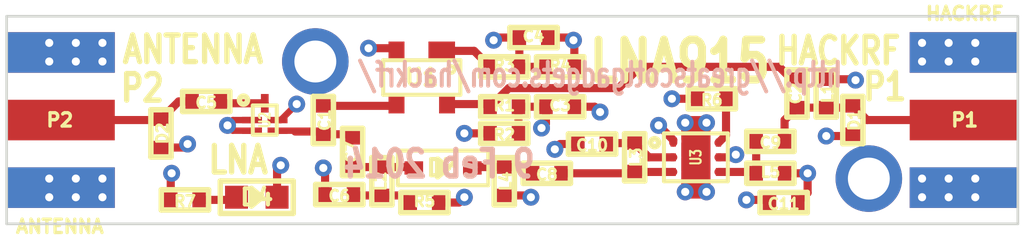
<source format=kicad_pcb>
(kicad_pcb (version 3) (host pcbnew "(2012-nov-02)-stable")

  (general
    (links 97)
    (no_connects 6)
    (area 124.5976 95.137423 163.4024 105.05496)
    (thickness 1.6)
    (drawings 14)
    (tracks 144)
    (zones 0)
    (modules 34)
    (nets 18)
  )

  (page A4)
  (layers
    (15 C1F signal)
    (2 C2 power)
    (1 C3 power)
    (0 C4B signal)
    (16 B.Adhes user)
    (17 F.Adhes user)
    (18 B.Paste user)
    (19 F.Paste user)
    (20 B.SilkS user)
    (21 F.SilkS user)
    (22 B.Mask user)
    (23 F.Mask user)
    (25 Cmts.User user)
    (28 Edge.Cuts user)
  )

  (setup
    (last_trace_width 0.24)
    (user_trace_width 0.2032)
    (user_trace_width 0.24)
    (user_trace_width 0.3048)
    (trace_clearance 0.1524)
    (zone_clearance 0.254)
    (zone_45_only no)
    (trace_min 0.1524)
    (segment_width 0.2)
    (edge_width 0.1)
    (via_size 0.635)
    (via_drill 0.3048)
    (via_min_size 0.4572)
    (via_min_drill 0.254)
    (uvia_size 0.508)
    (uvia_drill 0.127)
    (uvias_allowed no)
    (uvia_min_size 0.4572)
    (uvia_min_drill 0.127)
    (pcb_text_width 0.3)
    (pcb_text_size 1.5 1.5)
    (mod_edge_width 0.15)
    (mod_text_size 1 1)
    (mod_text_width 0.15)
    (pad_size 2.5 2.5)
    (pad_drill 1.5748)
    (pad_to_mask_clearance 0.0762)
    (pad_to_paste_clearance_ratio -0.12)
    (aux_axis_origin 0 0)
    (visible_elements FFFFFBBF)
    (pcbplotparams
      (layerselection 284721159)
      (usegerberextensions true)
      (excludeedgelayer true)
      (linewidth 0)
      (plotframeref false)
      (viasonmask false)
      (mode 1)
      (useauxorigin false)
      (hpglpennumber 1)
      (hpglpenspeed 20)
      (hpglpendiameter 15)
      (hpglpenoverlay 2)
      (psnegative false)
      (psa4output false)
      (plotreference false)
      (plotvalue false)
      (plotothertext true)
      (plotinvisibletext false)
      (padsonsilk false)
      (subtractmaskfromsilk false)
      (outputformat 1)
      (mirror false)
      (drillshape 0)
      (scaleselection 1)
      (outputdirectory gerbers))
  )

  (net 0 "")
  (net 1 GND)
  (net 2 N-0000010)
  (net 3 N-0000011)
  (net 4 N-0000012)
  (net 5 N-0000013)
  (net 6 N-0000014)
  (net 7 N-0000015)
  (net 8 N-0000016)
  (net 9 N-0000017)
  (net 10 N-000002)
  (net 11 N-000004)
  (net 12 N-000005)
  (net 13 N-000006)
  (net 14 N-000007)
  (net 15 N-000008)
  (net 16 N-000009)
  (net 17 VCC)

  (net_class Default "This is the default net class."
    (clearance 0.1524)
    (trace_width 0.1524)
    (via_dia 0.635)
    (via_drill 0.3048)
    (uvia_dia 0.508)
    (uvia_drill 0.127)
    (add_net "")
    (add_net GND)
    (add_net N-0000010)
    (add_net N-0000011)
    (add_net N-0000012)
    (add_net N-0000013)
    (add_net N-0000014)
    (add_net N-0000015)
    (add_net N-0000016)
    (add_net N-0000017)
    (add_net N-000002)
    (add_net N-000004)
    (add_net N-000005)
    (add_net N-000006)
    (add_net N-000007)
    (add_net N-000008)
    (add_net N-000009)
    (add_net VCC)
  )

  (module GSG-SOD323 (layer C1F) (tedit 52F6A9EE) (tstamp 52F6BFBE)
    (at 141.4 101.8)
    (path /52F440C5)
    (solder_mask_margin 0.1016)
    (fp_text reference D3 (at 0 0) (layer F.SilkS)
      (effects (font (size 0.6096 0.6096) (thickness 0.1524)))
    )
    (fp_text value PIN (at 0 0) (layer F.SilkS) hide
      (effects (font (size 0.6096 0.6096) (thickness 0.1524)))
    )
    (fp_line (start -1.7 -0.65) (end 1.7 -0.65) (layer F.SilkS) (width 0.15))
    (fp_line (start 1.7 -0.65) (end 1.7 0.65) (layer F.SilkS) (width 0.15))
    (fp_line (start 1.7 0.65) (end -1.7 0.65) (layer F.SilkS) (width 0.15))
    (fp_line (start -1.7 0.65) (end -1.7 -0.65) (layer F.SilkS) (width 0.15))
    (fp_line (start -0.0508 0.0762) (end -0.0508 -0.0762) (layer F.SilkS) (width 0.2032))
    (fp_line (start 0.2032 0) (end -0.2032 -0.3302) (layer F.SilkS) (width 0.2032))
    (fp_line (start -0.2032 -0.3302) (end -0.2032 0.3302) (layer F.SilkS) (width 0.2032))
    (fp_line (start -0.2032 0.3302) (end 0.2032 0) (layer F.SilkS) (width 0.2032))
    (pad 2 smd rect (at 1.1 0) (size 0.7 0.5)
      (layers C1F F.Paste F.Mask)
      (net 10 N-000002)
      (die_length 0.04572)
      (solder_mask_margin 0.1016)
      (clearance 0.1778)
    )
    (pad 1 smd rect (at -1.1 0) (size 0.7 0.5)
      (layers C1F F.Paste F.Mask)
      (net 13 N-000006)
      (die_length 0.08382)
      (solder_mask_margin 0.1016)
      (clearance 0.1778)
    )
  )

  (module GSG-F5Q (layer C1F) (tedit 52F6AFAA) (tstamp 52F6BFDE)
    (at 134.7 100 270)
    (path /52F44412)
    (fp_text reference U2 (at 0 0 270) (layer F.SilkS)
      (effects (font (size 0.39878 0.29972) (thickness 0.07493)))
    )
    (fp_text value SAW (at 0 0 270) (layer F.SilkS) hide
      (effects (font (size 0.39878 0.29972) (thickness 0.0762)))
    )
    (fp_line (start -0.55 -0.45) (end 0.55 -0.45) (layer F.SilkS) (width 0.15))
    (fp_line (start 0.55 -0.45) (end 0.55 0.45) (layer F.SilkS) (width 0.15))
    (fp_line (start 0.55 0.45) (end -0.55 0.45) (layer F.SilkS) (width 0.15))
    (fp_line (start -0.55 0.45) (end -0.55 -0.45) (layer F.SilkS) (width 0.15))
    (fp_circle (center -0.74958 0.8) (end -0.69878 0.8) (layer F.SilkS) (width 0.2032))
    (pad 1 smd rect (at -0.63 0 270) (size 0.7 0.29)
      (layers C1F F.Paste F.Mask)
      (net 4 N-0000012)
      (die_length 3.40614)
    )
    (pad 3 smd rect (at 0.4 0.48 270) (size 0.24 0.75)
      (layers C1F F.Paste F.Mask)
      (net 1 GND)
      (die_length -2147.483648)
    )
    (pad 4 smd rect (at 0.4 -0.48 270) (size 0.24 0.75)
      (layers C1F F.Paste F.Mask)
      (net 2 N-0000010)
      (die_length -2147.483648)
    )
    (pad 2 smd rect (at 0 0.48 270) (size 0.24 0.75)
      (layers C1F F.Paste F.Mask)
      (net 1 GND)
      (die_length 3.40614)
    )
    (pad 5 smd rect (at 0 -0.48 270) (size 0.24 0.75)
      (layers C1F F.Paste F.Mask)
      (net 1 GND)
    )
  )

  (module GSG-0603D (layer C1F) (tedit 4CFF3010) (tstamp 52F6BFEC)
    (at 134.4 102.9)
    (path /52F51772)
    (solder_mask_margin 0.1016)
    (fp_text reference D4 (at 0 0) (layer F.SilkS)
      (effects (font (size 0.6096 0.6096) (thickness 0.1524)))
    )
    (fp_text value LNALED (at 0 0) (layer F.SilkS) hide
      (effects (font (size 0.6096 0.6096) (thickness 0.1524)))
    )
    (fp_line (start -0.0508 0.0762) (end -0.0508 -0.0762) (layer F.SilkS) (width 0.2032))
    (fp_line (start 0.2032 0) (end -0.2032 -0.3302) (layer F.SilkS) (width 0.2032))
    (fp_line (start -0.2032 -0.3302) (end -0.2032 0.3302) (layer F.SilkS) (width 0.2032))
    (fp_line (start -0.2032 0.3302) (end 0.2032 0) (layer F.SilkS) (width 0.2032))
    (fp_line (start 1.3716 -0.6096) (end -1.3716 -0.6096) (layer F.SilkS) (width 0.2032))
    (fp_line (start -1.3716 -0.6096) (end -1.3716 0.6096) (layer F.SilkS) (width 0.2032))
    (fp_line (start -1.3716 0.6096) (end 1.3716 0.6096) (layer F.SilkS) (width 0.2032))
    (fp_line (start 1.3716 0.6096) (end 1.3716 -0.6096) (layer F.SilkS) (width 0.2032))
    (pad 2 smd rect (at 0.762 0) (size 0.8636 0.8636)
      (layers C1F F.Paste F.Mask)
      (net 1 GND)
      (die_length 0.04572)
      (solder_mask_margin 0.1016)
      (clearance 0.1778)
    )
    (pad 1 smd rect (at -0.762 0) (size 0.8636 0.8636)
      (layers C1F F.Paste F.Mask)
      (net 16 N-000009)
      (die_length 0.08382)
      (solder_mask_margin 0.1016)
      (clearance 0.1778)
    )
  )

  (module GSG-0402 (layer C1F) (tedit 4FB6CFE4) (tstamp 52F6BFF6)
    (at 137.5 102.8)
    (path /52F69BA3)
    (solder_mask_margin 0.1016)
    (fp_text reference C6 (at 0 0.0508) (layer F.SilkS)
      (effects (font (size 0.4064 0.4064) (thickness 0.1016)))
    )
    (fp_text value 1nF (at 0 0.0508) (layer F.SilkS) hide
      (effects (font (size 0.4064 0.4064) (thickness 0.1016)))
    )
    (fp_line (start 0.889 -0.381) (end 0.889 0.381) (layer F.SilkS) (width 0.2032))
    (fp_line (start 0.889 0.381) (end -0.889 0.381) (layer F.SilkS) (width 0.2032))
    (fp_line (start -0.889 0.381) (end -0.889 -0.381) (layer F.SilkS) (width 0.2032))
    (fp_line (start -0.889 -0.381) (end 0.889 -0.381) (layer F.SilkS) (width 0.2032))
    (pad 2 smd rect (at 0.5334 0) (size 0.508 0.5588)
      (layers C1F F.Paste F.Mask)
      (net 3 N-0000011)
      (solder_mask_margin 0.1016)
    )
    (pad 1 smd rect (at -0.5334 0) (size 0.508 0.5588)
      (layers C1F F.Paste F.Mask)
      (net 1 GND)
      (die_length -2147.483648)
      (solder_mask_margin 0.1016)
    )
  )

  (module GSG-0402 (layer C1F) (tedit 4FB6CFE4) (tstamp 52F6C000)
    (at 143.7 100.5)
    (path /52F6A598)
    (solder_mask_margin 0.1016)
    (fp_text reference R2 (at 0 0.0508) (layer F.SilkS)
      (effects (font (size 0.4064 0.4064) (thickness 0.1016)))
    )
    (fp_text value 100k (at 0 0.0508) (layer F.SilkS) hide
      (effects (font (size 0.4064 0.4064) (thickness 0.1016)))
    )
    (fp_line (start 0.889 -0.381) (end 0.889 0.381) (layer F.SilkS) (width 0.2032))
    (fp_line (start 0.889 0.381) (end -0.889 0.381) (layer F.SilkS) (width 0.2032))
    (fp_line (start -0.889 0.381) (end -0.889 -0.381) (layer F.SilkS) (width 0.2032))
    (fp_line (start -0.889 -0.381) (end 0.889 -0.381) (layer F.SilkS) (width 0.2032))
    (pad 2 smd rect (at 0.5334 0) (size 0.508 0.5588)
      (layers C1F F.Paste F.Mask)
      (net 17 VCC)
      (solder_mask_margin 0.1016)
    )
    (pad 1 smd rect (at -0.5334 0) (size 0.508 0.5588)
      (layers C1F F.Paste F.Mask)
      (net 1 GND)
      (die_length -2147.483648)
      (solder_mask_margin 0.1016)
    )
  )

  (module GSG-0402 (layer C1F) (tedit 4FB6CFE4) (tstamp 52F6C00A)
    (at 138 101.2 270)
    (path /52F69E98)
    (solder_mask_margin 0.1016)
    (fp_text reference C7 (at 0 0.0508 270) (layer F.SilkS)
      (effects (font (size 0.4064 0.4064) (thickness 0.1016)))
    )
    (fp_text value 100pF (at 0 0.0508 270) (layer F.SilkS) hide
      (effects (font (size 0.4064 0.4064) (thickness 0.1016)))
    )
    (fp_line (start 0.889 -0.381) (end 0.889 0.381) (layer F.SilkS) (width 0.2032))
    (fp_line (start 0.889 0.381) (end -0.889 0.381) (layer F.SilkS) (width 0.2032))
    (fp_line (start -0.889 0.381) (end -0.889 -0.381) (layer F.SilkS) (width 0.2032))
    (fp_line (start -0.889 -0.381) (end 0.889 -0.381) (layer F.SilkS) (width 0.2032))
    (pad 2 smd rect (at 0.5334 0 270) (size 0.508 0.5588)
      (layers C1F F.Paste F.Mask)
      (net 13 N-000006)
      (solder_mask_margin 0.1016)
    )
    (pad 1 smd rect (at -0.5334 0 270) (size 0.508 0.5588)
      (layers C1F F.Paste F.Mask)
      (net 2 N-0000010)
      (die_length -2147.483648)
      (solder_mask_margin 0.1016)
    )
  )

  (module GSG-0402 (layer C1F) (tedit 4FB6CFE4) (tstamp 52F6C014)
    (at 145.3 102)
    (path /52F69EB1)
    (solder_mask_margin 0.1016)
    (fp_text reference C8 (at 0 0.0508) (layer F.SilkS)
      (effects (font (size 0.4064 0.4064) (thickness 0.1016)))
    )
    (fp_text value 100pF (at 0 0.0508) (layer F.SilkS) hide
      (effects (font (size 0.4064 0.4064) (thickness 0.1016)))
    )
    (fp_line (start 0.889 -0.381) (end 0.889 0.381) (layer F.SilkS) (width 0.2032))
    (fp_line (start 0.889 0.381) (end -0.889 0.381) (layer F.SilkS) (width 0.2032))
    (fp_line (start -0.889 0.381) (end -0.889 -0.381) (layer F.SilkS) (width 0.2032))
    (fp_line (start -0.889 -0.381) (end 0.889 -0.381) (layer F.SilkS) (width 0.2032))
    (pad 2 smd rect (at 0.5334 0) (size 0.508 0.5588)
      (layers C1F F.Paste F.Mask)
      (net 8 N-0000016)
      (solder_mask_margin 0.1016)
    )
    (pad 1 smd rect (at -0.5334 0) (size 0.508 0.5588)
      (layers C1F F.Paste F.Mask)
      (net 10 N-000002)
      (die_length -2147.483648)
      (solder_mask_margin 0.1016)
    )
  )

  (module GSG-0402 (layer C1F) (tedit 4FB6CFE4) (tstamp 52F6C01E)
    (at 153.7 100.8)
    (path /52F69EBA)
    (solder_mask_margin 0.1016)
    (fp_text reference C9 (at 0 0.0508) (layer F.SilkS)
      (effects (font (size 0.4064 0.4064) (thickness 0.1016)))
    )
    (fp_text value 100pF (at 0 0.0508) (layer F.SilkS) hide
      (effects (font (size 0.4064 0.4064) (thickness 0.1016)))
    )
    (fp_line (start 0.889 -0.381) (end 0.889 0.381) (layer F.SilkS) (width 0.2032))
    (fp_line (start 0.889 0.381) (end -0.889 0.381) (layer F.SilkS) (width 0.2032))
    (fp_line (start -0.889 0.381) (end -0.889 -0.381) (layer F.SilkS) (width 0.2032))
    (fp_line (start -0.889 -0.381) (end 0.889 -0.381) (layer F.SilkS) (width 0.2032))
    (pad 2 smd rect (at 0.5334 0) (size 0.508 0.5588)
      (layers C1F F.Paste F.Mask)
      (net 6 N-0000014)
      (solder_mask_margin 0.1016)
    )
    (pad 1 smd rect (at -0.5334 0) (size 0.508 0.5588)
      (layers C1F F.Paste F.Mask)
      (net 7 N-0000015)
      (die_length -2147.483648)
      (solder_mask_margin 0.1016)
    )
  )

  (module GSG-0402 (layer C1F) (tedit 4FB6CFE4) (tstamp 52F6C028)
    (at 154.7 99 270)
    (path /52F69EC3)
    (solder_mask_margin 0.1016)
    (fp_text reference C2 (at 0 0.0508 270) (layer F.SilkS)
      (effects (font (size 0.4064 0.4064) (thickness 0.1016)))
    )
    (fp_text value 100pF (at 0 0.0508 270) (layer F.SilkS) hide
      (effects (font (size 0.4064 0.4064) (thickness 0.1016)))
    )
    (fp_line (start 0.889 -0.381) (end 0.889 0.381) (layer F.SilkS) (width 0.2032))
    (fp_line (start 0.889 0.381) (end -0.889 0.381) (layer F.SilkS) (width 0.2032))
    (fp_line (start -0.889 0.381) (end -0.889 -0.381) (layer F.SilkS) (width 0.2032))
    (fp_line (start -0.889 -0.381) (end 0.889 -0.381) (layer F.SilkS) (width 0.2032))
    (pad 2 smd rect (at 0.5334 0 270) (size 0.508 0.5588)
      (layers C1F F.Paste F.Mask)
      (net 6 N-0000014)
      (solder_mask_margin 0.1016)
    )
    (pad 1 smd rect (at -0.5334 0 270) (size 0.508 0.5588)
      (layers C1F F.Paste F.Mask)
      (net 12 N-000005)
      (die_length -2147.483648)
      (solder_mask_margin 0.1016)
    )
  )

  (module GSG-0402 (layer C1F) (tedit 4FB6CFE4) (tstamp 52F6C032)
    (at 136.9 100 90)
    (path /52F69ECC)
    (solder_mask_margin 0.1016)
    (fp_text reference C1 (at 0 0.0508 90) (layer F.SilkS)
      (effects (font (size 0.4064 0.4064) (thickness 0.1016)))
    )
    (fp_text value 100pF (at 0 0.0508 90) (layer F.SilkS) hide
      (effects (font (size 0.4064 0.4064) (thickness 0.1016)))
    )
    (fp_line (start 0.889 -0.381) (end 0.889 0.381) (layer F.SilkS) (width 0.2032))
    (fp_line (start 0.889 0.381) (end -0.889 0.381) (layer F.SilkS) (width 0.2032))
    (fp_line (start -0.889 0.381) (end -0.889 -0.381) (layer F.SilkS) (width 0.2032))
    (fp_line (start -0.889 -0.381) (end 0.889 -0.381) (layer F.SilkS) (width 0.2032))
    (pad 2 smd rect (at 0.5334 0 90) (size 0.508 0.5588)
      (layers C1F F.Paste F.Mask)
      (net 11 N-000004)
      (solder_mask_margin 0.1016)
    )
    (pad 1 smd rect (at -0.5334 0 90) (size 0.508 0.5588)
      (layers C1F F.Paste F.Mask)
      (net 2 N-0000010)
      (die_length -2147.483648)
      (solder_mask_margin 0.1016)
    )
  )

  (module GSG-0402 (layer C1F) (tedit 4FB6CFE4) (tstamp 52F6C03C)
    (at 154.2 103.1)
    (path /52F69F2A)
    (solder_mask_margin 0.1016)
    (fp_text reference C11 (at 0 0.0508) (layer F.SilkS)
      (effects (font (size 0.4064 0.4064) (thickness 0.1016)))
    )
    (fp_text value 1uF (at 0 0.0508) (layer F.SilkS) hide
      (effects (font (size 0.4064 0.4064) (thickness 0.1016)))
    )
    (fp_line (start 0.889 -0.381) (end 0.889 0.381) (layer F.SilkS) (width 0.2032))
    (fp_line (start 0.889 0.381) (end -0.889 0.381) (layer F.SilkS) (width 0.2032))
    (fp_line (start -0.889 0.381) (end -0.889 -0.381) (layer F.SilkS) (width 0.2032))
    (fp_line (start -0.889 -0.381) (end 0.889 -0.381) (layer F.SilkS) (width 0.2032))
    (pad 2 smd rect (at 0.5334 0) (size 0.508 0.5588)
      (layers C1F F.Paste F.Mask)
      (net 17 VCC)
      (solder_mask_margin 0.1016)
    )
    (pad 1 smd rect (at -0.5334 0) (size 0.508 0.5588)
      (layers C1F F.Paste F.Mask)
      (net 1 GND)
      (die_length -2147.483648)
      (solder_mask_margin 0.1016)
    )
  )

  (module GSG-0402 (layer C1F) (tedit 4FB6CFE4) (tstamp 52F6C046)
    (at 130.8 100.5 90)
    (path /52F69FCE)
    (solder_mask_margin 0.1016)
    (fp_text reference D2 (at 0 0.0508 90) (layer F.SilkS)
      (effects (font (size 0.4064 0.4064) (thickness 0.1016)))
    )
    (fp_text value GSG-DIODE-TVS-BI (at 0 0.0508 90) (layer F.SilkS) hide
      (effects (font (size 0.4064 0.4064) (thickness 0.1016)))
    )
    (fp_line (start 0.889 -0.381) (end 0.889 0.381) (layer F.SilkS) (width 0.2032))
    (fp_line (start 0.889 0.381) (end -0.889 0.381) (layer F.SilkS) (width 0.2032))
    (fp_line (start -0.889 0.381) (end -0.889 -0.381) (layer F.SilkS) (width 0.2032))
    (fp_line (start -0.889 -0.381) (end 0.889 -0.381) (layer F.SilkS) (width 0.2032))
    (pad 2 smd rect (at 0.5334 0 90) (size 0.508 0.5588)
      (layers C1F F.Paste F.Mask)
      (net 15 N-000008)
      (solder_mask_margin 0.1016)
    )
    (pad 1 smd rect (at -0.5334 0 90) (size 0.508 0.5588)
      (layers C1F F.Paste F.Mask)
      (net 1 GND)
      (die_length -2147.483648)
      (solder_mask_margin 0.1016)
    )
  )

  (module GSG-0402 (layer C1F) (tedit 4FB6CFE4) (tstamp 52F6C050)
    (at 140.7 103.1 180)
    (path /52F6A21F)
    (solder_mask_margin 0.1016)
    (fp_text reference R5 (at 0 0.0508 180) (layer F.SilkS)
      (effects (font (size 0.4064 0.4064) (thickness 0.1016)))
    )
    (fp_text value 470 (at 0 0.0508 180) (layer F.SilkS) hide
      (effects (font (size 0.4064 0.4064) (thickness 0.1016)))
    )
    (fp_line (start 0.889 -0.381) (end 0.889 0.381) (layer F.SilkS) (width 0.2032))
    (fp_line (start 0.889 0.381) (end -0.889 0.381) (layer F.SilkS) (width 0.2032))
    (fp_line (start -0.889 0.381) (end -0.889 -0.381) (layer F.SilkS) (width 0.2032))
    (fp_line (start -0.889 -0.381) (end 0.889 -0.381) (layer F.SilkS) (width 0.2032))
    (pad 2 smd rect (at 0.5334 0 180) (size 0.508 0.5588)
      (layers C1F F.Paste F.Mask)
      (net 3 N-0000011)
      (solder_mask_margin 0.1016)
    )
    (pad 1 smd rect (at -0.5334 0 180) (size 0.508 0.5588)
      (layers C1F F.Paste F.Mask)
      (net 17 VCC)
      (die_length -2147.483648)
      (solder_mask_margin 0.1016)
    )
  )

  (module GSG-0402 (layer C1F) (tedit 4FB6CFE4) (tstamp 52F6C05A)
    (at 144.8 96.9 180)
    (path /52F6A3F1)
    (solder_mask_margin 0.1016)
    (fp_text reference C4 (at 0 0.0508 180) (layer F.SilkS)
      (effects (font (size 0.4064 0.4064) (thickness 0.1016)))
    )
    (fp_text value 1nF (at 0 0.0508 180) (layer F.SilkS) hide
      (effects (font (size 0.4064 0.4064) (thickness 0.1016)))
    )
    (fp_line (start 0.889 -0.381) (end 0.889 0.381) (layer F.SilkS) (width 0.2032))
    (fp_line (start 0.889 0.381) (end -0.889 0.381) (layer F.SilkS) (width 0.2032))
    (fp_line (start -0.889 0.381) (end -0.889 -0.381) (layer F.SilkS) (width 0.2032))
    (fp_line (start -0.889 -0.381) (end 0.889 -0.381) (layer F.SilkS) (width 0.2032))
    (pad 2 smd rect (at 0.5334 0 180) (size 0.508 0.5588)
      (layers C1F F.Paste F.Mask)
      (net 17 VCC)
      (solder_mask_margin 0.1016)
    )
    (pad 1 smd rect (at -0.5334 0 180) (size 0.508 0.5588)
      (layers C1F F.Paste F.Mask)
      (net 1 GND)
      (die_length -2147.483648)
      (solder_mask_margin 0.1016)
    )
  )

  (module GSG-0402 (layer C1F) (tedit 4FB6CFE4) (tstamp 52F6D546)
    (at 145.8 99.5 180)
    (path /52F6A40A)
    (solder_mask_margin 0.1016)
    (fp_text reference C3 (at 0 0.0508 180) (layer F.SilkS)
      (effects (font (size 0.4064 0.4064) (thickness 0.1016)))
    )
    (fp_text value 1nF (at 0 0.0508 180) (layer F.SilkS) hide
      (effects (font (size 0.4064 0.4064) (thickness 0.1016)))
    )
    (fp_line (start 0.889 -0.381) (end 0.889 0.381) (layer F.SilkS) (width 0.2032))
    (fp_line (start 0.889 0.381) (end -0.889 0.381) (layer F.SilkS) (width 0.2032))
    (fp_line (start -0.889 0.381) (end -0.889 -0.381) (layer F.SilkS) (width 0.2032))
    (fp_line (start -0.889 -0.381) (end 0.889 -0.381) (layer F.SilkS) (width 0.2032))
    (pad 2 smd rect (at 0.5334 0 180) (size 0.508 0.5588)
      (layers C1F F.Paste F.Mask)
      (net 17 VCC)
      (solder_mask_margin 0.1016)
    )
    (pad 1 smd rect (at -0.5334 0 180) (size 0.508 0.5588)
      (layers C1F F.Paste F.Mask)
      (net 1 GND)
      (die_length -2147.483648)
      (solder_mask_margin 0.1016)
    )
  )

  (module GSG-0402 (layer C1F) (tedit 4FB6CFE4) (tstamp 52F6C06E)
    (at 139.1 102.3 270)
    (path /52F69884)
    (solder_mask_margin 0.1016)
    (fp_text reference L2 (at 0 0.0508 270) (layer F.SilkS)
      (effects (font (size 0.4064 0.4064) (thickness 0.1016)))
    )
    (fp_text value 39nH (at 0 0.0508 270) (layer F.SilkS) hide
      (effects (font (size 0.4064 0.4064) (thickness 0.1016)))
    )
    (fp_line (start 0.889 -0.381) (end 0.889 0.381) (layer F.SilkS) (width 0.2032))
    (fp_line (start 0.889 0.381) (end -0.889 0.381) (layer F.SilkS) (width 0.2032))
    (fp_line (start -0.889 0.381) (end -0.889 -0.381) (layer F.SilkS) (width 0.2032))
    (fp_line (start -0.889 -0.381) (end 0.889 -0.381) (layer F.SilkS) (width 0.2032))
    (pad 2 smd rect (at 0.5334 0 270) (size 0.508 0.5588)
      (layers C1F F.Paste F.Mask)
      (net 3 N-0000011)
      (solder_mask_margin 0.1016)
    )
    (pad 1 smd rect (at -0.5334 0 270) (size 0.508 0.5588)
      (layers C1F F.Paste F.Mask)
      (net 13 N-000006)
      (die_length -2147.483648)
      (solder_mask_margin 0.1016)
    )
  )

  (module GSG-0402 (layer C1F) (tedit 4FB6CFE4) (tstamp 52F6C078)
    (at 143.7 102.3 90)
    (path /52F6975B)
    (solder_mask_margin 0.1016)
    (fp_text reference L4 (at 0 0.0508 90) (layer F.SilkS)
      (effects (font (size 0.4064 0.4064) (thickness 0.1016)))
    )
    (fp_text value 39nH (at 0 0.0508 90) (layer F.SilkS) hide
      (effects (font (size 0.4064 0.4064) (thickness 0.1016)))
    )
    (fp_line (start 0.889 -0.381) (end 0.889 0.381) (layer F.SilkS) (width 0.2032))
    (fp_line (start 0.889 0.381) (end -0.889 0.381) (layer F.SilkS) (width 0.2032))
    (fp_line (start -0.889 0.381) (end -0.889 -0.381) (layer F.SilkS) (width 0.2032))
    (fp_line (start -0.889 -0.381) (end 0.889 -0.381) (layer F.SilkS) (width 0.2032))
    (pad 2 smd rect (at 0.5334 0 90) (size 0.508 0.5588)
      (layers C1F F.Paste F.Mask)
      (net 10 N-000002)
      (solder_mask_margin 0.1016)
    )
    (pad 1 smd rect (at -0.5334 0 90) (size 0.508 0.5588)
      (layers C1F F.Paste F.Mask)
      (net 1 GND)
      (die_length -2147.483648)
      (solder_mask_margin 0.1016)
    )
  )

  (module GSG-0402 (layer C1F) (tedit 4FB6CFE4) (tstamp 52F6D5E2)
    (at 145.8 98 180)
    (path /52F69223)
    (solder_mask_margin 0.1016)
    (fp_text reference R4 (at 0 0.0508 180) (layer F.SilkS)
      (effects (font (size 0.4064 0.4064) (thickness 0.1016)))
    )
    (fp_text value 100k (at 0 0.0508 180) (layer F.SilkS) hide
      (effects (font (size 0.4064 0.4064) (thickness 0.1016)))
    )
    (fp_line (start 0.889 -0.381) (end 0.889 0.381) (layer F.SilkS) (width 0.2032))
    (fp_line (start 0.889 0.381) (end -0.889 0.381) (layer F.SilkS) (width 0.2032))
    (fp_line (start -0.889 0.381) (end -0.889 -0.381) (layer F.SilkS) (width 0.2032))
    (fp_line (start -0.889 -0.381) (end 0.889 -0.381) (layer F.SilkS) (width 0.2032))
    (pad 2 smd rect (at 0.5334 0 180) (size 0.508 0.5588)
      (layers C1F F.Paste F.Mask)
      (net 17 VCC)
      (solder_mask_margin 0.1016)
    )
    (pad 1 smd rect (at -0.5334 0 180) (size 0.508 0.5588)
      (layers C1F F.Paste F.Mask)
      (net 1 GND)
      (die_length -2147.483648)
      (solder_mask_margin 0.1016)
    )
  )

  (module GSG-0402 (layer C1F) (tedit 4FB6CFE4) (tstamp 52F6C08C)
    (at 143.7 98 180)
    (path /52F6921D)
    (solder_mask_margin 0.1016)
    (fp_text reference R3 (at 0 0.0508 180) (layer F.SilkS)
      (effects (font (size 0.4064 0.4064) (thickness 0.1016)))
    )
    (fp_text value 4k7 (at 0 0.0508 180) (layer F.SilkS) hide
      (effects (font (size 0.4064 0.4064) (thickness 0.1016)))
    )
    (fp_line (start 0.889 -0.381) (end 0.889 0.381) (layer F.SilkS) (width 0.2032))
    (fp_line (start 0.889 0.381) (end -0.889 0.381) (layer F.SilkS) (width 0.2032))
    (fp_line (start -0.889 0.381) (end -0.889 -0.381) (layer F.SilkS) (width 0.2032))
    (fp_line (start -0.889 -0.381) (end 0.889 -0.381) (layer F.SilkS) (width 0.2032))
    (pad 2 smd rect (at 0.5334 0 180) (size 0.508 0.5588)
      (layers C1F F.Paste F.Mask)
      (net 14 N-000007)
      (solder_mask_margin 0.1016)
    )
    (pad 1 smd rect (at -0.5334 0 180) (size 0.508 0.5588)
      (layers C1F F.Paste F.Mask)
      (net 17 VCC)
      (die_length -2147.483648)
      (solder_mask_margin 0.1016)
    )
  )

  (module GSG-0402 (layer C1F) (tedit 4FB6CFE4) (tstamp 52F6C096)
    (at 143.7 99.5 180)
    (path /52F6905B)
    (solder_mask_margin 0.1016)
    (fp_text reference R1 (at 0 0.0508 180) (layer F.SilkS)
      (effects (font (size 0.4064 0.4064) (thickness 0.1016)))
    )
    (fp_text value 47k (at 0 0.0508 180) (layer F.SilkS) hide
      (effects (font (size 0.4064 0.4064) (thickness 0.1016)))
    )
    (fp_line (start 0.889 -0.381) (end 0.889 0.381) (layer F.SilkS) (width 0.2032))
    (fp_line (start 0.889 0.381) (end -0.889 0.381) (layer F.SilkS) (width 0.2032))
    (fp_line (start -0.889 0.381) (end -0.889 -0.381) (layer F.SilkS) (width 0.2032))
    (fp_line (start -0.889 -0.381) (end 0.889 -0.381) (layer F.SilkS) (width 0.2032))
    (pad 2 smd rect (at 0.5334 0 180) (size 0.508 0.5588)
      (layers C1F F.Paste F.Mask)
      (net 12 N-000005)
      (solder_mask_margin 0.1016)
    )
    (pad 1 smd rect (at -0.5334 0 180) (size 0.508 0.5588)
      (layers C1F F.Paste F.Mask)
      (net 17 VCC)
      (die_length -2147.483648)
      (solder_mask_margin 0.1016)
    )
  )

  (module GSG-0402 (layer C1F) (tedit 4FB6CFE4) (tstamp 52F6C0A0)
    (at 131.7 103)
    (path /52F68CBB)
    (solder_mask_margin 0.1016)
    (fp_text reference R7 (at 0 0.0508) (layer F.SilkS)
      (effects (font (size 0.4064 0.4064) (thickness 0.1016)))
    )
    (fp_text value 470 (at 0 0.0508) (layer F.SilkS) hide
      (effects (font (size 0.4064 0.4064) (thickness 0.1016)))
    )
    (fp_line (start 0.889 -0.381) (end 0.889 0.381) (layer F.SilkS) (width 0.2032))
    (fp_line (start 0.889 0.381) (end -0.889 0.381) (layer F.SilkS) (width 0.2032))
    (fp_line (start -0.889 0.381) (end -0.889 -0.381) (layer F.SilkS) (width 0.2032))
    (fp_line (start -0.889 -0.381) (end 0.889 -0.381) (layer F.SilkS) (width 0.2032))
    (pad 2 smd rect (at 0.5334 0) (size 0.508 0.5588)
      (layers C1F F.Paste F.Mask)
      (net 16 N-000009)
      (solder_mask_margin 0.1016)
    )
    (pad 1 smd rect (at -0.5334 0) (size 0.508 0.5588)
      (layers C1F F.Paste F.Mask)
      (net 17 VCC)
      (die_length -2147.483648)
      (solder_mask_margin 0.1016)
    )
  )

  (module GSG-0402 (layer C1F) (tedit 4FB6CFE4) (tstamp 52F6C0AA)
    (at 155.8 99 90)
    (path /52F68C64)
    (solder_mask_margin 0.1016)
    (fp_text reference L1 (at 0 0.0508 90) (layer F.SilkS)
      (effects (font (size 0.4064 0.4064) (thickness 0.1016)))
    )
    (fp_text value 39nH (at 0 0.0508 90) (layer F.SilkS) hide
      (effects (font (size 0.4064 0.4064) (thickness 0.1016)))
    )
    (fp_line (start 0.889 -0.381) (end 0.889 0.381) (layer F.SilkS) (width 0.2032))
    (fp_line (start 0.889 0.381) (end -0.889 0.381) (layer F.SilkS) (width 0.2032))
    (fp_line (start -0.889 0.381) (end -0.889 -0.381) (layer F.SilkS) (width 0.2032))
    (fp_line (start -0.889 -0.381) (end 0.889 -0.381) (layer F.SilkS) (width 0.2032))
    (pad 2 smd rect (at 0.5334 0 90) (size 0.508 0.5588)
      (layers C1F F.Paste F.Mask)
      (net 17 VCC)
      (solder_mask_margin 0.1016)
    )
    (pad 1 smd rect (at -0.5334 0 90) (size 0.508 0.5588)
      (layers C1F F.Paste F.Mask)
      (net 6 N-0000014)
      (die_length -2147.483648)
      (solder_mask_margin 0.1016)
    )
  )

  (module GSG-0402 (layer C1F) (tedit 4FB6CFE4) (tstamp 52F6C0B4)
    (at 148.6 101.4 90)
    (path /52F68C24)
    (solder_mask_margin 0.1016)
    (fp_text reference L3 (at 0 0.0508 90) (layer F.SilkS)
      (effects (font (size 0.4064 0.4064) (thickness 0.1016)))
    )
    (fp_text value 39nH (at 0 0.0508 90) (layer F.SilkS) hide
      (effects (font (size 0.4064 0.4064) (thickness 0.1016)))
    )
    (fp_line (start 0.889 -0.381) (end 0.889 0.381) (layer F.SilkS) (width 0.2032))
    (fp_line (start 0.889 0.381) (end -0.889 0.381) (layer F.SilkS) (width 0.2032))
    (fp_line (start -0.889 0.381) (end -0.889 -0.381) (layer F.SilkS) (width 0.2032))
    (fp_line (start -0.889 -0.381) (end 0.889 -0.381) (layer F.SilkS) (width 0.2032))
    (pad 2 smd rect (at 0.5334 0 90) (size 0.508 0.5588)
      (layers C1F F.Paste F.Mask)
      (net 9 N-0000017)
      (solder_mask_margin 0.1016)
    )
    (pad 1 smd rect (at -0.5334 0 90) (size 0.508 0.5588)
      (layers C1F F.Paste F.Mask)
      (net 8 N-0000016)
      (die_length -2147.483648)
      (solder_mask_margin 0.1016)
    )
  )

  (module GSG-0402 (layer C1F) (tedit 4FB6CFE4) (tstamp 52F6C0BE)
    (at 147 100.9)
    (path /52F68A00)
    (solder_mask_margin 0.1016)
    (fp_text reference C10 (at 0 0.0508) (layer F.SilkS)
      (effects (font (size 0.4064 0.4064) (thickness 0.1016)))
    )
    (fp_text value 1uF (at 0 0.0508) (layer F.SilkS) hide
      (effects (font (size 0.4064 0.4064) (thickness 0.1016)))
    )
    (fp_line (start 0.889 -0.381) (end 0.889 0.381) (layer F.SilkS) (width 0.2032))
    (fp_line (start 0.889 0.381) (end -0.889 0.381) (layer F.SilkS) (width 0.2032))
    (fp_line (start -0.889 0.381) (end -0.889 -0.381) (layer F.SilkS) (width 0.2032))
    (fp_line (start -0.889 -0.381) (end 0.889 -0.381) (layer F.SilkS) (width 0.2032))
    (pad 2 smd rect (at 0.5334 0) (size 0.508 0.5588)
      (layers C1F F.Paste F.Mask)
      (net 9 N-0000017)
      (solder_mask_margin 0.1016)
    )
    (pad 1 smd rect (at -0.5334 0) (size 0.508 0.5588)
      (layers C1F F.Paste F.Mask)
      (net 1 GND)
      (die_length -2147.483648)
      (solder_mask_margin 0.1016)
    )
  )

  (module GSG-0402 (layer C1F) (tedit 4FB6CFE4) (tstamp 52F6C0C8)
    (at 153.7 102 180)
    (path /52F688CD)
    (solder_mask_margin 0.1016)
    (fp_text reference L5 (at 0 0.0508 180) (layer F.SilkS)
      (effects (font (size 0.4064 0.4064) (thickness 0.1016)))
    )
    (fp_text value 39nH (at 0 0.0508 180) (layer F.SilkS) hide
      (effects (font (size 0.4064 0.4064) (thickness 0.1016)))
    )
    (fp_line (start 0.889 -0.381) (end 0.889 0.381) (layer F.SilkS) (width 0.2032))
    (fp_line (start 0.889 0.381) (end -0.889 0.381) (layer F.SilkS) (width 0.2032))
    (fp_line (start -0.889 0.381) (end -0.889 -0.381) (layer F.SilkS) (width 0.2032))
    (fp_line (start -0.889 -0.381) (end 0.889 -0.381) (layer F.SilkS) (width 0.2032))
    (pad 2 smd rect (at 0.5334 0 180) (size 0.508 0.5588)
      (layers C1F F.Paste F.Mask)
      (net 7 N-0000015)
      (solder_mask_margin 0.1016)
    )
    (pad 1 smd rect (at -0.5334 0 180) (size 0.508 0.5588)
      (layers C1F F.Paste F.Mask)
      (net 17 VCC)
      (die_length -2147.483648)
      (solder_mask_margin 0.1016)
    )
  )

  (module GSG-0402 (layer C1F) (tedit 4FB6CFE4) (tstamp 52F6C0D2)
    (at 151.5 99.2)
    (path /52F68800)
    (solder_mask_margin 0.1016)
    (fp_text reference R6 (at 0 0.0508) (layer F.SilkS)
      (effects (font (size 0.4064 0.4064) (thickness 0.1016)))
    )
    (fp_text value 3k (at 0 0.0508) (layer F.SilkS) hide
      (effects (font (size 0.4064 0.4064) (thickness 0.1016)))
    )
    (fp_line (start 0.889 -0.381) (end 0.889 0.381) (layer F.SilkS) (width 0.2032))
    (fp_line (start 0.889 0.381) (end -0.889 0.381) (layer F.SilkS) (width 0.2032))
    (fp_line (start -0.889 0.381) (end -0.889 -0.381) (layer F.SilkS) (width 0.2032))
    (fp_line (start -0.889 -0.381) (end 0.889 -0.381) (layer F.SilkS) (width 0.2032))
    (pad 2 smd rect (at 0.5334 0) (size 0.508 0.5588)
      (layers C1F F.Paste F.Mask)
      (net 5 N-0000013)
      (solder_mask_margin 0.1016)
    )
    (pad 1 smd rect (at -0.5334 0) (size 0.508 0.5588)
      (layers C1F F.Paste F.Mask)
      (net 17 VCC)
      (die_length -2147.483648)
      (solder_mask_margin 0.1016)
    )
  )

  (module GSG-0402 (layer C1F) (tedit 4FB6CFE4) (tstamp 52F6C0DC)
    (at 132.5 99.3)
    (path /52F44170)
    (solder_mask_margin 0.1016)
    (fp_text reference C5 (at 0 0.0508) (layer F.SilkS)
      (effects (font (size 0.4064 0.4064) (thickness 0.1016)))
    )
    (fp_text value 100pF (at 0 0.0508) (layer F.SilkS) hide
      (effects (font (size 0.4064 0.4064) (thickness 0.1016)))
    )
    (fp_line (start 0.889 -0.381) (end 0.889 0.381) (layer F.SilkS) (width 0.2032))
    (fp_line (start 0.889 0.381) (end -0.889 0.381) (layer F.SilkS) (width 0.2032))
    (fp_line (start -0.889 0.381) (end -0.889 -0.381) (layer F.SilkS) (width 0.2032))
    (fp_line (start -0.889 -0.381) (end 0.889 -0.381) (layer F.SilkS) (width 0.2032))
    (pad 2 smd rect (at 0.5334 0) (size 0.508 0.5588)
      (layers C1F F.Paste F.Mask)
      (net 4 N-0000012)
      (solder_mask_margin 0.1016)
    )
    (pad 1 smd rect (at -0.5334 0) (size 0.508 0.5588)
      (layers C1F F.Paste F.Mask)
      (net 15 N-000008)
      (die_length -2147.483648)
      (solder_mask_margin 0.1016)
    )
  )

  (module GSG-0402 (layer C1F) (tedit 4FB6CFE4) (tstamp 52F6C0E6)
    (at 156.8 100 90)
    (path /52F44107)
    (solder_mask_margin 0.1016)
    (fp_text reference D1 (at 0 0.0508 90) (layer F.SilkS)
      (effects (font (size 0.4064 0.4064) (thickness 0.1016)))
    )
    (fp_text value GSG-DIODE-TVS-BI (at 0 0.0508 90) (layer F.SilkS) hide
      (effects (font (size 0.4064 0.4064) (thickness 0.1016)))
    )
    (fp_line (start 0.889 -0.381) (end 0.889 0.381) (layer F.SilkS) (width 0.2032))
    (fp_line (start 0.889 0.381) (end -0.889 0.381) (layer F.SilkS) (width 0.2032))
    (fp_line (start -0.889 0.381) (end -0.889 -0.381) (layer F.SilkS) (width 0.2032))
    (fp_line (start -0.889 -0.381) (end 0.889 -0.381) (layer F.SilkS) (width 0.2032))
    (pad 2 smd rect (at 0.5334 0 90) (size 0.508 0.5588)
      (layers C1F F.Paste F.Mask)
      (net 6 N-0000014)
      (solder_mask_margin 0.1016)
    )
    (pad 1 smd rect (at -0.5334 0 90) (size 0.508 0.5588)
      (layers C1F F.Paste F.Mask)
      (net 1 GND)
      (die_length -2147.483648)
      (solder_mask_margin 0.1016)
    )
  )

  (module GSG-SOT143 (layer C1F) (tedit 52F6BF63) (tstamp 52F6BF98)
    (at 140.6 98.4 180)
    (path /52F68FC4)
    (solder_mask_margin 0.1016)
    (fp_text reference U1 (at 0 0 180) (layer F.SilkS)
      (effects (font (size 0.6096 0.6096) (thickness 0.1524)))
    )
    (fp_text value SWITCH (at 0 0 180) (layer F.SilkS) hide
      (effects (font (size 0.6096 0.6096) (thickness 0.1524)))
    )
    (fp_circle (center -1.1 0.3) (end -1.15 0.3) (layer F.SilkS) (width 0.15))
    (fp_line (start -1.45 -0.65) (end 1.45 -0.65) (layer F.SilkS) (width 0.15))
    (fp_line (start 1.45 -0.65) (end 1.45 0.65) (layer F.SilkS) (width 0.15))
    (fp_line (start 1.45 0.65) (end -1.45 0.65) (layer F.SilkS) (width 0.15))
    (fp_line (start -1.45 0.65) (end -1.45 -0.65) (layer F.SilkS) (width 0.15))
    (pad 2 smd rect (at 0.95 1 180) (size 0.6 0.7)
      (layers C1F F.Paste F.Mask)
      (net 1 GND)
      (die_length 0.04572)
      (solder_mask_margin 0.1016)
      (clearance 0.1778)
    )
    (pad 1 smd rect (at -0.75 1 180) (size 1 0.7)
      (layers C1F F.Paste F.Mask)
      (net 14 N-000007)
      (die_length 0.08382)
      (solder_mask_margin 0.1016)
      (clearance 0.1778)
    )
    (pad 3 smd rect (at 0.95 -1 180) (size 0.6 0.7)
      (layers C1F F.Paste F.Mask)
      (net 11 N-000004)
    )
    (pad 4 smd rect (at -0.95 -1 180) (size 0.6 0.7)
      (layers C1F F.Paste F.Mask)
      (net 12 N-000005)
    )
  )

  (module GSG-TSLP-7-1 (layer C1F) (tedit 52F6B3C4) (tstamp 52F6BFB0)
    (at 150.9 101.4 270)
    (path /52F68792)
    (fp_text reference U3 (at 0 0 270) (layer F.SilkS)
      (effects (font (size 0.39878 0.29972) (thickness 0.07493)))
    )
    (fp_text value LNA (at 0 0 270) (layer F.SilkS) hide
      (effects (font (size 0.39878 0.29972) (thickness 0.0762)))
    )
    (fp_line (start -0.9 -1.2) (end 0.9 -1.2) (layer F.SilkS) (width 0.15))
    (fp_line (start 0.9 -1.2) (end 0.9 1.2) (layer F.SilkS) (width 0.15))
    (fp_line (start 0.9 1.2) (end -0.9 1.2) (layer F.SilkS) (width 0.15))
    (fp_line (start -0.9 1.2) (end -0.9 -1.2) (layer F.SilkS) (width 0.15))
    (fp_circle (center -0.54958 1.55) (end -0.49878 1.55) (layer F.SilkS) (width 0.2032))
    (pad 1 smd rect (at -0.55 0.85 270) (size 0.3 0.2)
      (layers C1F F.Paste F.Mask)
      (net 17 VCC)
      (die_length 3.40614)
    )
    (pad 2 smd rect (at 0 0.85 270) (size 0.3 0.2)
      (layers C1F F.Paste F.Mask)
      (net 9 N-0000017)
    )
    (pad 3 smd rect (at 0.55 0.85 270) (size 0.3 0.2)
      (layers C1F F.Paste F.Mask)
      (net 8 N-0000016)
    )
    (pad 4 smd rect (at 0.55 -0.85 270) (size 0.3 0.2)
      (layers C1F F.Paste F.Mask)
      (net 7 N-0000015)
    )
    (pad 5 smd rect (at 0 -0.85 270) (size 0.3 0.2)
      (layers C1F F.Paste F.Mask)
      (net 17 VCC)
    )
    (pad 6 smd rect (at -0.55 -0.85 270) (size 0.3 0.2)
      (layers C1F F.Paste F.Mask)
      (net 5 N-0000013)
    )
    (pad 7 smd rect (at -0.55 0 270) (size 0.3 0.2)
      (layers C1F F.Paste F.Mask)
      (net 1 GND)
    )
    (pad 7 smd rect (at 0 0 270) (size 0.3 0.2)
      (layers C1F F.Paste F.Mask)
      (net 1 GND)
    )
    (pad 7 smd rect (at 0.55 0 270) (size 0.3 0.2)
      (layers C1F F.Paste F.Mask)
      (net 1 GND)
    )
    (pad 7 smd rect (at -0.55 -0.425 270) (size 0.3 0.2)
      (layers C1F F.Paste F.Mask)
      (net 1 GND)
    )
    (pad 7 smd rect (at 0 -0.425 270) (size 0.3 0.2)
      (layers C1F F.Paste F.Mask)
      (net 1 GND)
    )
    (pad 7 smd rect (at 0.55 -0.425 270) (size 0.3 0.2)
      (layers C1F F.Paste F.Mask)
      (net 1 GND)
    )
    (pad 7 smd rect (at 0.55 0.425 270) (size 0.3 0.2)
      (layers C1F F.Paste F.Mask)
      (net 1 GND)
    )
    (pad 7 smd rect (at 0 0.425 270) (size 0.3 0.2)
      (layers C1F F.Paste F.Mask)
      (net 1 GND)
    )
    (pad 7 smd rect (at -0.55 0.425 270) (size 0.3 0.2)
      (layers C1F F.Paste F.Mask)
      (net 1 GND)
    )
  )

  (module GSG-SMA-EDGE (layer C1F) (tedit 52F6E1D6) (tstamp 52F6BFD0)
    (at 125 100)
    (path /52F6A116)
    (fp_text reference P2 (at 1.99898 0) (layer F.SilkS)
      (effects (font (size 0.50038 0.50038) (thickness 0.12446)))
    )
    (fp_text value ANTENNA (at 1.99898 4.0005) (layer F.SilkS)
      (effects (font (size 0.50038 0.50038) (thickness 0.12446)))
    )
    (pad 1 smd rect (at 2.032 0) (size 4.064 1.524)
      (layers C1F F.Mask)
      (net 15 N-000008)
      (die_length -2147.483648)
    )
    (pad 2 smd rect (at 2.032 -2.54) (size 4.064 1.524)
      (layers C1F F.Mask)
      (net 1 GND)
    )
    (pad 2 smd rect (at 2.032 2.54) (size 4.064 1.524)
      (layers C4B B.Mask)
      (net 1 GND)
      (die_length 509.13792)
    )
    (pad 2 smd rect (at 2.032 -2.54) (size 4.064 1.524)
      (layers C4B B.Mask)
      (net 1 GND)
    )
    (pad 2 smd rect (at 2.032 2.54) (size 4.064 1.524)
      (layers C1F F.Mask)
      (net 1 GND)
      (die_length 483.12832)
    )
    (pad 2 thru_hole circle (at 3.6 -2.2) (size 0.762 0.762) (drill 0.3048)
      (layers *.Cu *.Mask)
      (net 1 GND)
    )
    (pad 2 thru_hole circle (at 3.6 -2.9) (size 0.762 0.762) (drill 0.3048)
      (layers *.Cu *.Mask)
      (net 1 GND)
    )
    (pad 2 thru_hole circle (at 2.6 -2.2) (size 0.762 0.762) (drill 0.3048)
      (layers *.Cu *.Mask)
      (net 1 GND)
    )
    (pad 2 thru_hole circle (at 1.6 -2.2) (size 0.762 0.762) (drill 0.3048)
      (layers *.Cu *.Mask)
      (net 1 GND)
    )
    (pad 2 thru_hole circle (at 1.6 -2.9) (size 0.762 0.762) (drill 0.3048)
      (layers *.Cu *.Mask)
      (net 1 GND)
    )
    (pad 2 thru_hole circle (at 2.6 -2.9) (size 0.762 0.762) (drill 0.3048)
      (layers *.Cu *.Mask)
      (net 1 GND)
    )
    (pad 2 thru_hole circle (at 3.6 2.2) (size 0.762 0.762) (drill 0.3048)
      (layers *.Cu *.Mask)
      (net 1 GND)
    )
    (pad 2 thru_hole circle (at 2.6 2.2) (size 0.762 0.762) (drill 0.3048)
      (layers *.Cu *.Mask)
      (net 1 GND)
    )
    (pad 2 thru_hole circle (at 1.6 2.2) (size 0.762 0.762) (drill 0.3048)
      (layers *.Cu *.Mask)
      (net 1 GND)
    )
    (pad 2 thru_hole circle (at 1.6 2.9) (size 0.762 0.762) (drill 0.3048)
      (layers *.Cu *.Mask)
      (net 1 GND)
    )
    (pad 2 thru_hole circle (at 2.6 2.9) (size 0.762 0.762) (drill 0.3048)
      (layers *.Cu *.Mask)
      (net 1 GND)
    )
    (pad 2 thru_hole circle (at 3.6 2.9) (size 0.762 0.762) (drill 0.3048)
      (layers *.Cu *.Mask)
      (net 1 GND)
    )
  )

  (module GSG-SMA-EDGE (layer C1F) (tedit 52F6E1D6) (tstamp 52F6BFC7)
    (at 163 100 180)
    (path /52F440F7)
    (fp_text reference P1 (at 1.99898 0 180) (layer F.SilkS)
      (effects (font (size 0.50038 0.50038) (thickness 0.12446)))
    )
    (fp_text value HACKRF (at 1.99898 4.0005 180) (layer F.SilkS)
      (effects (font (size 0.50038 0.50038) (thickness 0.12446)))
    )
    (pad 1 smd rect (at 2.032 0 180) (size 4.064 1.524)
      (layers C1F F.Mask)
      (net 6 N-0000014)
      (die_length -2147.483648)
    )
    (pad 2 smd rect (at 2.032 -2.54 180) (size 4.064 1.524)
      (layers C1F F.Mask)
      (net 1 GND)
    )
    (pad 2 smd rect (at 2.032 2.54 180) (size 4.064 1.524)
      (layers C4B B.Mask)
      (net 1 GND)
      (die_length 509.13792)
    )
    (pad 2 smd rect (at 2.032 -2.54 180) (size 4.064 1.524)
      (layers C4B B.Mask)
      (net 1 GND)
    )
    (pad 2 smd rect (at 2.032 2.54 180) (size 4.064 1.524)
      (layers C1F F.Mask)
      (net 1 GND)
      (die_length 483.12832)
    )
    (pad 2 thru_hole circle (at 3.6 -2.2 180) (size 0.762 0.762) (drill 0.3048)
      (layers *.Cu *.Mask)
      (net 1 GND)
    )
    (pad 2 thru_hole circle (at 3.6 -2.9 180) (size 0.762 0.762) (drill 0.3048)
      (layers *.Cu *.Mask)
      (net 1 GND)
    )
    (pad 2 thru_hole circle (at 2.6 -2.2 180) (size 0.762 0.762) (drill 0.3048)
      (layers *.Cu *.Mask)
      (net 1 GND)
    )
    (pad 2 thru_hole circle (at 1.6 -2.2 180) (size 0.762 0.762) (drill 0.3048)
      (layers *.Cu *.Mask)
      (net 1 GND)
    )
    (pad 2 thru_hole circle (at 1.6 -2.9 180) (size 0.762 0.762) (drill 0.3048)
      (layers *.Cu *.Mask)
      (net 1 GND)
    )
    (pad 2 thru_hole circle (at 2.6 -2.9 180) (size 0.762 0.762) (drill 0.3048)
      (layers *.Cu *.Mask)
      (net 1 GND)
    )
    (pad 2 thru_hole circle (at 3.6 2.2 180) (size 0.762 0.762) (drill 0.3048)
      (layers *.Cu *.Mask)
      (net 1 GND)
    )
    (pad 2 thru_hole circle (at 2.6 2.2 180) (size 0.762 0.762) (drill 0.3048)
      (layers *.Cu *.Mask)
      (net 1 GND)
    )
    (pad 2 thru_hole circle (at 1.6 2.2 180) (size 0.762 0.762) (drill 0.3048)
      (layers *.Cu *.Mask)
      (net 1 GND)
    )
    (pad 2 thru_hole circle (at 1.6 2.9 180) (size 0.762 0.762) (drill 0.3048)
      (layers *.Cu *.Mask)
      (net 1 GND)
    )
    (pad 2 thru_hole circle (at 2.6 2.9 180) (size 0.762 0.762) (drill 0.3048)
      (layers *.Cu *.Mask)
      (net 1 GND)
    )
    (pad 2 thru_hole circle (at 3.6 2.9 180) (size 0.762 0.762) (drill 0.3048)
      (layers *.Cu *.Mask)
      (net 1 GND)
    )
  )

  (module GSG-HOLE-62MIL-COPPER (layer C1F) (tedit 52F7A830) (tstamp 52F8EF18)
    (at 136.6 97.8)
    (path /52F7A9E7)
    (fp_text reference P4 (at 0 2.10058) (layer F.SilkS) hide
      (effects (font (size 1.00076 1.00076) (thickness 0.2032)))
    )
    (fp_text value CONN_1 (at 0 -1.89992) (layer F.SilkS) hide
      (effects (font (size 1.00076 1.00076) (thickness 0.2032)))
    )
    (pad 1 thru_hole circle (at 0 0) (size 2.5 2.5) (drill 1.5748)
      (layers *.Cu *.Mask)
      (net 1 GND)
    )
  )

  (module GSG-HOLE-62MIL-COPPER (layer C1F) (tedit 52F7A830) (tstamp 52F8EF13)
    (at 157.4 102.2)
    (path /52F7A9D0)
    (fp_text reference P3 (at 0 2.10058) (layer F.SilkS) hide
      (effects (font (size 1.00076 1.00076) (thickness 0.2032)))
    )
    (fp_text value CONN_1 (at 0 -1.89992) (layer F.SilkS) hide
      (effects (font (size 1.00076 1.00076) (thickness 0.2032)))
    )
    (pad 1 thru_hole circle (at 0 0) (size 2.5 2.5) (drill 1.5748)
      (layers *.Cu *.Mask)
      (net 1 GND)
    )
  )

  (gr_text P2 (at 130.1 98.8) (layer F.SilkS)
    (effects (font (size 1 0.8) (thickness 0.2)))
  )
  (gr_text P1 (at 158 98.75) (layer F.SilkS)
    (effects (font (size 1 0.8) (thickness 0.2)))
  )
  (gr_text http://greatscottgadgets.com/hackrf/ (at 147.3 98.3) (layer B.SilkS)
    (effects (font (size 0.9 0.62) (thickness 0.15)) (justify mirror))
  )
  (gr_text "9 Feb 2014" (at 141.25 101.65) (layer B.SilkS)
    (effects (font (size 1 0.8) (thickness 0.2)) (justify mirror))
  )
  (gr_text LNA (at 133.7 101.5) (layer F.SilkS)
    (effects (font (size 1 0.8) (thickness 0.2)))
  )
  (gr_text LNA915 (at 150.3 97.8) (layer F.SilkS)
    (effects (font (size 1.5 1.2) (thickness 0.3)))
  )
  (gr_text HACKRF (at 156.25 97.4) (layer F.SilkS)
    (effects (font (size 1 0.8) (thickness 0.2)))
  )
  (gr_text ANTENNA (at 132 97.35) (layer F.SilkS)
    (effects (font (size 1 0.8) (thickness 0.2)))
  )
  (gr_line (start 125 96.5) (end 163 96.5) (angle 90) (layer Cmts.User) (width 0.2))
  (gr_line (start 125 103.5) (end 163 103.5) (angle 90) (layer Cmts.User) (width 0.2))
  (gr_line (start 163 96.1) (end 125 96.1) (angle 90) (layer Edge.Cuts) (width 0.1))
  (gr_line (start 163 103.9) (end 163 96.1) (angle 90) (layer Edge.Cuts) (width 0.1))
  (gr_line (start 125 103.9) (end 163 103.9) (angle 90) (layer Edge.Cuts) (width 0.1))
  (gr_line (start 125 96.1) (end 125 103.9) (angle 90) (layer Edge.Cuts) (width 0.1))

  (segment (start 135.162 102.9) (end 135.162 101.838) (width 0.3048) (layer C1F) (net 1))
  (via (at 135.3 101.7) (size 0.635) (layers C1F C4B) (net 1))
  (segment (start 135.162 101.838) (end 135.3 101.7) (width 0.3048) (layer C1F) (net 1) (tstamp 52F7F0DE))
  (segment (start 156.8 100.5334) (end 156.7334 100.6) (width 0.3048) (layer C1F) (net 1))
  (via (at 155.8 100.6) (size 0.635) (layers C1F C4B) (net 1))
  (segment (start 156.7334 100.6) (end 155.8 100.6) (width 0.3048) (layer C1F) (net 1) (tstamp 52F88964))
  (segment (start 153.6666 103.1) (end 153.5666 103) (width 0.3048) (layer C1F) (net 1))
  (via (at 152.8 103) (size 0.635) (layers C1F C4B) (net 1))
  (segment (start 153.5666 103) (end 152.8 103) (width 0.3048) (layer C1F) (net 1) (tstamp 52F82363))
  (via (at 135.9 99.4) (size 0.635) (layers C1F C4B) (net 1))
  (segment (start 135.3 100) (end 135.9 99.4) (width 0.24) (layer C1F) (net 1) (tstamp 52F6DD1C))
  (segment (start 135.18 100) (end 135.3 100) (width 0.24) (layer C1F) (net 1))
  (segment (start 146.4666 100.9) (end 145.8 100.9) (width 0.3048) (layer C1F) (net 1))
  (segment (start 145.8 100.9) (end 145.6 101.1) (width 0.3048) (layer C1F) (net 1) (tstamp 52F6DEB0))
  (via (at 145.6 101.1) (size 0.635) (layers C1F C4B) (net 1))
  (segment (start 150.475 101.95) (end 150.475 102.675) (width 0.2032) (layer C1F) (net 1))
  (via (at 150.5 102.7) (size 0.635) (layers C1F C4B) (net 1))
  (segment (start 150.475 102.675) (end 150.5 102.7) (width 0.2032) (layer C1F) (net 1) (tstamp 52F6DB06))
  (segment (start 151.325 101.95) (end 151.325 102.675) (width 0.2032) (layer C1F) (net 1))
  (via (at 151.3 102.7) (size 0.635) (layers C1F C4B) (net 1))
  (segment (start 151.325 102.675) (end 151.3 102.7) (width 0.2032) (layer C1F) (net 1) (tstamp 52F6DAFE))
  (segment (start 150.475 100.85) (end 150.475 100.125) (width 0.2032) (layer C1F) (net 1))
  (via (at 150.5 100.1) (size 0.635) (layers C1F C4B) (net 1))
  (segment (start 150.475 100.125) (end 150.5 100.1) (width 0.2032) (layer C1F) (net 1) (tstamp 52F6DAF0))
  (segment (start 151.325 100.85) (end 151.325 100.125) (width 0.2032) (layer C1F) (net 1))
  (via (at 151.3 100.1) (size 0.635) (layers C1F C4B) (net 1))
  (segment (start 151.325 100.125) (end 151.3 100.1) (width 0.2032) (layer C1F) (net 1) (tstamp 52F6DAE8))
  (segment (start 146.3334 99.5) (end 147.1 99.5) (width 0.3048) (layer C1F) (net 1))
  (via (at 147.3 99.7) (size 0.635) (layers C1F C4B) (net 1))
  (segment (start 147.1 99.5) (end 147.3 99.7) (width 0.3048) (layer C1F) (net 1) (tstamp 52F6D693))
  (segment (start 134.22 100.4) (end 133.5 100.4) (width 0.24) (layer C1F) (net 1))
  (segment (start 133.5 100) (end 133.3 100.2) (width 0.24) (layer C1F) (net 1) (tstamp 52F6DD6B))
  (via (at 133.3 100.2) (size 0.635) (layers C1F C4B) (net 1))
  (segment (start 133.5 100) (end 134.22 100) (width 0.24) (layer C1F) (net 1))
  (segment (start 133.5 100.4) (end 133.3 100.2) (width 0.24) (layer C1F) (net 1) (tstamp 52F6DD79))
  (segment (start 136.9666 102.8) (end 136.9666 101.8666) (width 0.3048) (layer C1F) (net 1))
  (via (at 136.9 101.8) (size 0.635) (layers C1F C4B) (net 1))
  (segment (start 136.9666 101.8666) (end 136.9 101.8) (width 0.2032) (layer C1F) (net 1) (tstamp 52F6DD02))
  (segment (start 130.8 101.0334) (end 131.6666 101.0334) (width 0.3048) (layer C1F) (net 1))
  (via (at 131.8 100.9) (size 0.635) (layers C1F C4B) (net 1))
  (segment (start 131.6666 101.0334) (end 131.8 100.9) (width 0.3048) (layer C1F) (net 1) (tstamp 52F6D6BF))
  (segment (start 143.7 102.8334) (end 144.6334 102.8334) (width 0.3048) (layer C1F) (net 1))
  (via (at 144.7 102.9) (size 0.635) (layers C1F C4B) (net 1))
  (segment (start 144.6334 102.8334) (end 144.7 102.9) (width 0.3048) (layer C1F) (net 1) (tstamp 52F6D6A1))
  (segment (start 143.1666 100.5) (end 142.2 100.5) (width 0.3048) (layer C1F) (net 1))
  (via (at 142.2 100.5) (size 0.635) (layers C1F C4B) (net 1))
  (segment (start 146.3334 98) (end 146.3334 97.0334) (width 0.3048) (layer C1F) (net 1))
  (segment (start 146.2 96.9) (end 146.3 97) (width 0.3048) (layer C1F) (net 1) (tstamp 52F6D67E))
  (via (at 146.3 97) (size 0.635) (layers C1F C4B) (net 1))
  (segment (start 146.2 96.9) (end 145.3334 96.9) (width 0.3048) (layer C1F) (net 1))
  (segment (start 146.3334 97.0334) (end 146.3 97) (width 0.3048) (layer C1F) (net 1) (tstamp 52F6D683))
  (segment (start 139.65 97.4) (end 139.55 97.3) (width 0.3048) (layer C1F) (net 1))
  (via (at 138.6 97.3) (size 0.635) (layers C1F C4B) (net 1))
  (segment (start 139.55 97.3) (end 138.6 97.3) (width 0.3048) (layer C1F) (net 1) (tstamp 52F6D66E))
  (segment (start 135.18 100.4) (end 135.81268 100.4) (width 0.24) (layer C1F) (net 2) (status 400000))
  (segment (start 136.7982 100.4316) (end 135.84428 100.4316) (width 0.3048) (layer C1F) (net 2) (tstamp 534B1463) (status 400000))
  (segment (start 136.7982 100.4316) (end 136.9 100.5334) (width 0.3048) (layer C1F) (net 2) (status C00000))
  (segment (start 135.81268 100.4) (end 135.84428 100.4316) (width 0.24) (layer C1F) (net 2) (tstamp 534B1A34))
  (segment (start 136.9 100.5334) (end 137.8668 100.5334) (width 0.3048) (layer C1F) (net 2))
  (segment (start 137.8668 100.5334) (end 138 100.6666) (width 0.3048) (layer C1F) (net 2) (tstamp 52F6D615))
  (segment (start 139.1 102.8334) (end 139.9 102.8334) (width 0.3048) (layer C1F) (net 3))
  (segment (start 139.9 102.8334) (end 140.1666 103.1) (width 0.3048) (layer C1F) (net 3) (tstamp 52F6D69A))
  (segment (start 139.1 102.8334) (end 138.0668 102.8334) (width 0.3048) (layer C1F) (net 3))
  (segment (start 138.0668 102.8334) (end 138.0334 102.8) (width 0.3048) (layer C1F) (net 3) (tstamp 52F6D697))
  (segment (start 133.0334 99.3) (end 133.1034 99.37) (width 0.3048) (layer C1F) (net 4))
  (segment (start 133.1034 99.37) (end 134.7 99.37) (width 0.3048) (layer C1F) (net 4) (tstamp 52F6D606))
  (segment (start 151.75 100.85) (end 152.0334 100.5666) (width 0.3048) (layer C1F) (net 5))
  (segment (start 152.0334 100.5666) (end 152.0334 99.2) (width 0.3048) (layer C1F) (net 5) (tstamp 52F6DF78))
  (segment (start 156.8 99.4666) (end 157.3334 100) (width 0.3048) (layer C1F) (net 6))
  (segment (start 157.3334 100) (end 160.968 100) (width 0.3048) (layer C1F) (net 6) (tstamp 52F8896E))
  (segment (start 155.8 99.5334) (end 156.7332 99.5334) (width 0.3048) (layer C1F) (net 6))
  (segment (start 156.7332 99.5334) (end 156.8 99.4666) (width 0.3048) (layer C1F) (net 6) (tstamp 52F8896B))
  (segment (start 154.7 99.5334) (end 155.8 99.5334) (width 0.3048) (layer C1F) (net 6))
  (segment (start 154.7 99.5334) (end 154.2334 100) (width 0.3048) (layer C1F) (net 6))
  (segment (start 154.2334 100) (end 154.2334 100.8) (width 0.3048) (layer C1F) (net 6) (tstamp 52F6DF4D))
  (segment (start 153.1666 102) (end 153.1166 101.95) (width 0.3048) (layer C1F) (net 7))
  (segment (start 153.1166 101.95) (end 151.75 101.95) (width 0.3048) (layer C1F) (net 7) (tstamp 52F6DF54))
  (segment (start 153.1666 100.8) (end 153.1666 102) (width 0.3048) (layer C1F) (net 7))
  (segment (start 150.05 101.95) (end 148.6166 101.95) (width 0.3048) (layer C1F) (net 8))
  (segment (start 148.6166 101.95) (end 148.6 101.9334) (width 0.3048) (layer C1F) (net 8) (tstamp 52F6DF92))
  (segment (start 145.8334 102) (end 148.5334 102) (width 0.3048) (layer C1F) (net 8))
  (segment (start 148.5334 102) (end 148.6 101.9334) (width 0.3048) (layer C1F) (net 8) (tstamp 52F6DF8F))
  (segment (start 148.6 100.8666) (end 147.5668 100.8666) (width 0.3048) (layer C1F) (net 9))
  (segment (start 147.5668 100.8666) (end 147.5334 100.9) (width 0.3048) (layer C1F) (net 9) (tstamp 52F6DF9A))
  (segment (start 150.05 101.4) (end 149.1334 101.4) (width 0.3048) (layer C1F) (net 9))
  (segment (start 149.1334 101.4) (end 148.6 100.8666) (width 0.3048) (layer C1F) (net 9) (tstamp 52F6DF96))
  (segment (start 143.7 101.7666) (end 144.5332 101.7666) (width 0.3048) (layer C1F) (net 10))
  (segment (start 144.5332 101.7666) (end 144.7666 102) (width 0.3048) (layer C1F) (net 10) (tstamp 52F6DF89))
  (segment (start 143.7 101.7666) (end 142.5334 101.7666) (width 0.3048) (layer C1F) (net 10))
  (segment (start 142.5334 101.7666) (end 142.5 101.8) (width 0.3048) (layer C1F) (net 10) (tstamp 52F6D648))
  (segment (start 136.9 99.4666) (end 139.5834 99.4666) (width 0.3048) (layer C1F) (net 11))
  (segment (start 139.5834 99.4666) (end 139.65 99.4) (width 0.3048) (layer C1F) (net 11) (tstamp 52F6D625))
  (segment (start 154.0334 98) (end 154.5 98.4666) (width 0.3048) (layer C1F) (net 12))
  (segment (start 148.8 98) (end 154.0334 98) (width 0.3048) (layer C1F) (net 12) (tstamp 52F6D62D))
  (segment (start 143.1666 99.5) (end 143.8666 98.8) (width 0.3048) (layer C1F) (net 12))
  (segment (start 143.8666 98.8) (end 148 98.8) (width 0.3048) (layer C1F) (net 12) (tstamp 52F6D62B))
  (segment (start 148 98.8) (end 148.8 98) (width 0.3048) (layer C1F) (net 12) (tstamp 52F6D62C))
  (segment (start 154.5 98.4666) (end 154.7 98.4666) (width 0.3048) (layer C1F) (net 12) (tstamp 52F6DF46))
  (segment (start 141.55 99.4) (end 143.0666 99.4) (width 0.3048) (layer C1F) (net 12))
  (segment (start 143.0666 99.4) (end 143.1666 99.5) (width 0.3048) (layer C1F) (net 12) (tstamp 52F6D628))
  (segment (start 139.1 101.7666) (end 140.2666 101.7666) (width 0.3048) (layer C1F) (net 13))
  (segment (start 140.2666 101.7666) (end 140.3 101.8) (width 0.3048) (layer C1F) (net 13) (tstamp 52F6D622))
  (segment (start 139.1 101.7666) (end 138.0332 101.7666) (width 0.3048) (layer C1F) (net 13))
  (segment (start 138.0332 101.7666) (end 138 101.7334) (width 0.3048) (layer C1F) (net 13) (tstamp 52F6D61F))
  (segment (start 141.35 97.4) (end 142.5666 97.4) (width 0.3048) (layer C1F) (net 14))
  (segment (start 142.5666 97.4) (end 143.1666 98) (width 0.3048) (layer C1F) (net 14) (tstamp 52F6D672))
  (segment (start 130.8 99.9666) (end 131.4666 99.3) (width 0.3048) (layer C1F) (net 15))
  (segment (start 131.4666 99.3) (end 131.9666 99.3) (width 0.3048) (layer C1F) (net 15) (tstamp 52F6D603))
  (segment (start 130.8 99.9666) (end 130.7666 100) (width 0.3048) (layer C1F) (net 15))
  (segment (start 130.7666 100) (end 127.032 100) (width 0.3048) (layer C1F) (net 15) (tstamp 52F6D600))
  (segment (start 132.2334 103) (end 133.538 103) (width 0.3048) (layer C1F) (net 16))
  (segment (start 133.538 103) (end 133.638 102.9) (width 0.3048) (layer C1F) (net 16) (tstamp 52F7F0DB))
  (segment (start 131.1666 103) (end 131.1666 102.0334) (width 0.3048) (layer C1F) (net 17))
  (via (at 131.2 102) (size 0.635) (layers C1F C4B) (net 17))
  (segment (start 131.1666 102.0334) (end 131.2 102) (width 0.3048) (layer C1F) (net 17) (tstamp 52F7F0E6))
  (segment (start 155.1 102) (end 155.1 102.7334) (width 0.3048) (layer C1F) (net 17))
  (via (at 155.1 102) (size 0.635) (layers C1F C4B) (net 17))
  (segment (start 154.2334 102) (end 155.1 102) (width 0.3048) (layer C1F) (net 17))
  (segment (start 155.1 102.7334) (end 154.7334 103.1) (width 0.3048) (layer C1F) (net 17) (tstamp 52F8EF74))
  (segment (start 150.05 100.85) (end 150.05 100.75) (width 0.3048) (layer C1F) (net 17))
  (via (at 149.5 100.2) (size 0.635) (layers C1F C4B) (net 17))
  (segment (start 150.05 100.75) (end 149.5 100.2) (width 0.3048) (layer C1F) (net 17) (tstamp 52F6DFAF))
  (segment (start 151.75 101.4) (end 152.3 101.4) (width 0.3048) (layer C1F) (net 17))
  (via (at 152.4 101.3) (size 0.635) (layers C1F C4B) (net 17))
  (segment (start 152.3 101.4) (end 152.4 101.3) (width 0.3048) (layer C1F) (net 17) (tstamp 52F6DFA2))
  (segment (start 150.9666 99.2) (end 150 99.2) (width 0.3048) (layer C1F) (net 17))
  (via (at 150 99.2) (size 0.635) (layers C1F C4B) (net 17))
  (via (at 145.1 100.3) (size 0.635) (layers C1F C4B) (net 17))
  (segment (start 145.2666 99.5) (end 145.2666 100.1334) (width 0.3048) (layer C1F) (net 17))
  (segment (start 145.2666 100.1334) (end 145.1 100.3) (width 0.3048) (layer C1F) (net 17) (tstamp 52F6DE9E))
  (segment (start 155.9 98.4666) (end 156.8666 98.4666) (width 0.3048) (layer C1F) (net 17))
  (via (at 156.9 98.5) (size 0.635) (layers C1F C4B) (net 17))
  (segment (start 156.8666 98.4666) (end 156.9 98.5) (width 0.3048) (layer C1F) (net 17) (tstamp 52F6D6E0))
  (segment (start 141.2334 103.1) (end 142 103.1) (width 0.3048) (layer C1F) (net 17))
  (via (at 142.2 102.9) (size 0.635) (layers C1F C4B) (net 17))
  (segment (start 142 103.1) (end 142.2 102.9) (width 0.3048) (layer C1F) (net 17) (tstamp 52F6D69D))
  (segment (start 145.2666 99.5) (end 144.2334 99.5) (width 0.3048) (layer C1F) (net 17))
  (segment (start 144.2334 99.5) (end 144.2334 100.5) (width 0.3048) (layer C1F) (net 17))
  (segment (start 144.2334 98) (end 145.2666 98) (width 0.3048) (layer C1F) (net 17))
  (segment (start 144.2666 96.9) (end 144.2666 97.9668) (width 0.3048) (layer C1F) (net 17))
  (segment (start 144.2666 97.9668) (end 144.2334 98) (width 0.3048) (layer C1F) (net 17) (tstamp 52F6D679))
  (segment (start 144.2666 96.9) (end 143.4 96.9) (width 0.3048) (layer C1F) (net 17))
  (via (at 143.3 97) (size 0.635) (layers C1F C4B) (net 17))
  (segment (start 143.4 96.9) (end 143.3 97) (width 0.3048) (layer C1F) (net 17) (tstamp 52F6D675))

  (zone (net 1) (net_name GND) (layer C1F) (tstamp 52F6DB55) (hatch edge 0.508)
    (connect_pads yes (clearance 0.1524))
    (min_thickness 0.254)
    (fill (arc_segments 16) (thermal_gap 0.3048) (thermal_bridge_width 0.3302))
    (polygon
      (pts
        (xy 150.35 99.85) (xy 151.45 99.85) (xy 151.45 102.95) (xy 150.35 102.95)
      )
    )
    (filled_polygon
      (pts
        (xy 151.323 102.823) (xy 150.477 102.823) (xy 150.477 101.974131) (xy 150.4818 101.95) (xy 150.477 101.925868)
        (xy 150.477 101.424131) (xy 150.4818 101.4) (xy 150.477 101.375868) (xy 150.477 100.874131) (xy 150.4818 100.85)
        (xy 150.4818 100.75) (xy 150.477 100.725868) (xy 150.477 99.977) (xy 151.323 99.977) (xy 151.323 100.825869)
        (xy 151.3182 100.85) (xy 151.323 100.87413) (xy 151.323 101.375868) (xy 151.3182 101.4) (xy 151.323 101.424131)
        (xy 151.323 101.925868) (xy 151.3182 101.95) (xy 151.323 101.974131) (xy 151.323 102.823)
      )
    )
  )
  (zone (net 1) (net_name GND) (layer C2) (tstamp 52F6DCD1) (hatch edge 0.508)
    (connect_pads (clearance 0.254))
    (min_thickness 0.254)
    (fill (arc_segments 16) (thermal_gap 0.2) (thermal_bridge_width 0.4))
    (polygon
      (pts
        (xy 125 96.1) (xy 125 103.9) (xy 163 103.9) (xy 163 96.1)
      )
    )
    (filled_polygon
      (pts
        (xy 162.569 103.469) (xy 162.115367 103.469) (xy 162.115367 102.99667) (xy 162.097907 102.715553) (xy 162.028825 102.548775)
        (xy 162.115367 102.29667) (xy 162.115367 97.89667) (xy 162.097907 97.615553) (xy 162.028825 97.448775) (xy 162.115367 97.19667)
        (xy 162.097907 96.915553) (xy 162.023919 96.73693) (xy 161.901298 96.701939) (xy 161.512999 97.090238) (xy 161.49667 97.084633)
        (xy 161.293983 97.097221) (xy 161.087718 96.890956) (xy 161.023919 96.73693) (xy 160.901298 96.701939) (xy 160.9 96.703237)
        (xy 160.898702 96.701939) (xy 160.776081 96.73693) (xy 160.728919 96.874318) (xy 160.512999 97.090238) (xy 160.49667 97.084633)
        (xy 160.293983 97.097221) (xy 160.087718 96.890956) (xy 160.023919 96.73693) (xy 159.901298 96.701939) (xy 159.9 96.703237)
        (xy 159.898702 96.701939) (xy 159.776081 96.73693) (xy 159.728919 96.874318) (xy 159.512999 97.090238) (xy 159.49667 97.084633)
        (xy 159.293983 97.097221) (xy 158.898702 96.701939) (xy 158.776081 96.73693) (xy 158.684633 97.00333) (xy 158.702093 97.284447)
        (xy 158.771174 97.451224) (xy 158.684633 97.70333) (xy 158.702093 97.984447) (xy 158.776081 98.16307) (xy 158.898702 98.198061)
        (xy 159.287 97.809761) (xy 159.30333 97.815367) (xy 159.506016 97.802778) (xy 159.712281 98.009043) (xy 159.776081 98.16307)
        (xy 159.898702 98.198061) (xy 159.9 98.196762) (xy 159.901298 98.198061) (xy 160.023919 98.16307) (xy 160.07108 98.025681)
        (xy 160.287 97.809761) (xy 160.30333 97.815367) (xy 160.506016 97.802778) (xy 160.712281 98.009043) (xy 160.776081 98.16307)
        (xy 160.898702 98.198061) (xy 160.9 98.196762) (xy 160.901298 98.198061) (xy 161.023919 98.16307) (xy 161.07108 98.025681)
        (xy 161.287 97.809761) (xy 161.30333 97.815367) (xy 161.506016 97.802778) (xy 161.901298 98.198061) (xy 162.023919 98.16307)
        (xy 162.115367 97.89667) (xy 162.115367 102.29667) (xy 162.097907 102.015553) (xy 162.023919 101.83693) (xy 161.901298 101.801939)
        (xy 161.798061 101.905176) (xy 161.798061 101.698702) (xy 161.798061 98.301298) (xy 161.4 97.903238) (xy 161.001939 98.301298)
        (xy 161.03693 98.423919) (xy 161.30333 98.515367) (xy 161.584447 98.497907) (xy 161.76307 98.423919) (xy 161.798061 98.301298)
        (xy 161.798061 101.698702) (xy 161.76307 101.576081) (xy 161.49667 101.484633) (xy 161.215553 101.502093) (xy 161.03693 101.576081)
        (xy 161.001939 101.698702) (xy 161.4 102.096762) (xy 161.798061 101.698702) (xy 161.798061 101.905176) (xy 161.512999 102.190238)
        (xy 161.49667 102.184633) (xy 161.293983 102.197221) (xy 161.087718 101.990956) (xy 161.023919 101.83693) (xy 160.901298 101.801939)
        (xy 160.9 101.803237) (xy 160.898702 101.801939) (xy 160.798061 101.830657) (xy 160.798061 101.698702) (xy 160.798061 98.301298)
        (xy 160.4 97.903238) (xy 160.001939 98.301298) (xy 160.03693 98.423919) (xy 160.30333 98.515367) (xy 160.584447 98.497907)
        (xy 160.76307 98.423919) (xy 160.798061 98.301298) (xy 160.798061 101.698702) (xy 160.76307 101.576081) (xy 160.49667 101.484633)
        (xy 160.215553 101.502093) (xy 160.03693 101.576081) (xy 160.001939 101.698702) (xy 160.4 102.096762) (xy 160.798061 101.698702)
        (xy 160.798061 101.830657) (xy 160.776081 101.83693) (xy 160.728919 101.974318) (xy 160.512999 102.190238) (xy 160.49667 102.184633)
        (xy 160.293983 102.197221) (xy 160.087718 101.990956) (xy 160.023919 101.83693) (xy 159.901298 101.801939) (xy 159.9 101.803237)
        (xy 159.898702 101.801939) (xy 159.798061 101.830657) (xy 159.776081 101.83693) (xy 159.728919 101.974318) (xy 159.512999 102.190238)
        (xy 159.49667 102.184633) (xy 159.293983 102.197221) (xy 159.28262 102.185857) (xy 159.385857 102.08262) (xy 159.4 102.096762)
        (xy 159.798061 101.698702) (xy 159.798061 98.301298) (xy 159.4 97.903238) (xy 159.001939 98.301298) (xy 159.03693 98.423919)
        (xy 159.30333 98.515367) (xy 159.584447 98.497907) (xy 159.76307 98.423919) (xy 159.798061 98.301298) (xy 159.798061 101.698702)
        (xy 159.76307 101.576081) (xy 159.49667 101.484633) (xy 159.215553 101.502093) (xy 159.03693 101.576081) (xy 159.001939 101.698699)
        (xy 158.94294 101.6397) (xy 158.896244 101.686395) (xy 158.742381 101.314936) (xy 158.529531 101.173707) (xy 158.426293 101.276945)
        (xy 158.426293 101.070469) (xy 158.285064 100.857619) (xy 157.703986 100.621102) (xy 157.598621 100.621749) (xy 157.598621 98.361669)
        (xy 157.492504 98.104849) (xy 157.296185 97.908186) (xy 157.03955 97.801622) (xy 156.761669 97.801379) (xy 156.504849 97.907496)
        (xy 156.308186 98.103815) (xy 156.201622 98.36045) (xy 156.201379 98.638331) (xy 156.307496 98.895151) (xy 156.503815 99.091814)
        (xy 156.76045 99.198378) (xy 157.038331 99.198621) (xy 157.295151 99.092504) (xy 157.491814 98.896185) (xy 157.598378 98.63955)
        (xy 157.598621 98.361669) (xy 157.598621 100.621749) (xy 157.076628 100.624959) (xy 156.514936 100.857619) (xy 156.373707 101.070469)
        (xy 157.4 102.096762) (xy 158.426293 101.070469) (xy 158.426293 101.276945) (xy 157.503238 102.2) (xy 158.529531 103.226293)
        (xy 158.710978 103.105899) (xy 158.776081 103.26307) (xy 158.898702 103.298061) (xy 159.287 102.909761) (xy 159.30333 102.915367)
        (xy 159.506016 102.902778) (xy 159.712281 103.109043) (xy 159.776081 103.26307) (xy 159.898702 103.298061) (xy 159.9 103.296762)
        (xy 159.901298 103.298061) (xy 160.023919 103.26307) (xy 160.07108 103.125681) (xy 160.287 102.909761) (xy 160.30333 102.915367)
        (xy 160.506016 102.902778) (xy 160.712281 103.109043) (xy 160.776081 103.26307) (xy 160.898702 103.298061) (xy 160.9 103.296762)
        (xy 160.901298 103.298061) (xy 161.023919 103.26307) (xy 161.07108 103.125681) (xy 161.287 102.909761) (xy 161.30333 102.915367)
        (xy 161.506016 102.902778) (xy 161.901298 103.298061) (xy 162.023919 103.26307) (xy 162.115367 102.99667) (xy 162.115367 103.469)
        (xy 161.778741 103.469) (xy 161.798061 103.401298) (xy 161.4 103.003238) (xy 161.001939 103.401298) (xy 161.021258 103.469)
        (xy 160.778741 103.469) (xy 160.798061 103.401298) (xy 160.4 103.003238) (xy 160.001939 103.401298) (xy 160.021258 103.469)
        (xy 159.778741 103.469) (xy 159.798061 103.401298) (xy 159.4 103.003238) (xy 159.001939 103.401298) (xy 159.021258 103.469)
        (xy 158.333753 103.469) (xy 158.426293 103.329531) (xy 157.4 102.303238) (xy 157.296762 102.406476) (xy 157.296762 102.2)
        (xy 156.270469 101.173707) (xy 156.057619 101.314936) (xy 155.821102 101.896014) (xy 155.824959 102.523372) (xy 156.057619 103.085064)
        (xy 156.270469 103.226293) (xy 157.296762 102.2) (xy 157.296762 102.406476) (xy 156.373707 103.329531) (xy 156.466246 103.469)
        (xy 155.798621 103.469) (xy 155.798621 101.861669) (xy 155.692504 101.604849) (xy 155.496185 101.408186) (xy 155.23955 101.301622)
        (xy 154.961669 101.301379) (xy 154.704849 101.407496) (xy 154.508186 101.603815) (xy 154.401622 101.86045) (xy 154.401379 102.138331)
        (xy 154.507496 102.395151) (xy 154.703815 102.591814) (xy 154.96045 102.698378) (xy 155.238331 102.698621) (xy 155.495151 102.592504)
        (xy 155.691814 102.396185) (xy 155.798378 102.13955) (xy 155.798621 101.861669) (xy 155.798621 103.469) (xy 153.098621 103.469)
        (xy 153.098621 101.161669) (xy 152.992504 100.904849) (xy 152.796185 100.708186) (xy 152.53955 100.601622) (xy 152.261669 100.601379)
        (xy 152.004849 100.707496) (xy 151.808186 100.903815) (xy 151.701622 101.16045) (xy 151.701379 101.438331) (xy 151.807496 101.695151)
        (xy 152.003815 101.891814) (xy 152.26045 101.998378) (xy 152.538331 101.998621) (xy 152.795151 101.892504) (xy 152.991814 101.696185)
        (xy 153.098378 101.43955) (xy 153.098621 101.161669) (xy 153.098621 103.469) (xy 150.698621 103.469) (xy 150.698621 99.061669)
        (xy 150.592504 98.804849) (xy 150.396185 98.608186) (xy 150.13955 98.501622) (xy 149.861669 98.501379) (xy 149.604849 98.607496)
        (xy 149.408186 98.803815) (xy 149.301622 99.06045) (xy 149.301379 99.338331) (xy 149.368752 99.501385) (xy 149.361669 99.501379)
        (xy 149.104849 99.607496) (xy 148.908186 99.803815) (xy 148.801622 100.06045) (xy 148.801379 100.338331) (xy 148.907496 100.595151)
        (xy 149.103815 100.791814) (xy 149.36045 100.898378) (xy 149.638331 100.898621) (xy 149.895151 100.792504) (xy 150.091814 100.596185)
        (xy 150.198378 100.33955) (xy 150.198621 100.061669) (xy 150.131247 99.898614) (xy 150.138331 99.898621) (xy 150.395151 99.792504)
        (xy 150.591814 99.596185) (xy 150.698378 99.33955) (xy 150.698621 99.061669) (xy 150.698621 103.469) (xy 145.798621 103.469)
        (xy 145.798621 100.161669) (xy 145.692504 99.904849) (xy 145.496185 99.708186) (xy 145.23955 99.601622) (xy 144.961669 99.601379)
        (xy 144.704849 99.707496) (xy 144.508186 99.903815) (xy 144.401622 100.16045) (xy 144.401379 100.438331) (xy 144.507496 100.695151)
        (xy 144.703815 100.891814) (xy 144.96045 100.998378) (xy 145.238331 100.998621) (xy 145.495151 100.892504) (xy 145.691814 100.696185)
        (xy 145.798378 100.43955) (xy 145.798621 100.161669) (xy 145.798621 103.469) (xy 142.618696 103.469) (xy 142.791814 103.296185)
        (xy 142.898378 103.03955) (xy 142.898621 102.761669) (xy 142.792504 102.504849) (xy 142.596185 102.308186) (xy 142.33955 102.201622)
        (xy 142.061669 102.201379) (xy 141.804849 102.307496) (xy 141.608186 102.503815) (xy 141.501622 102.76045) (xy 141.501379 103.038331)
        (xy 141.607496 103.295151) (xy 141.78104 103.469) (xy 138.178898 103.469) (xy 138.178898 98.103986) (xy 138.175041 97.476628)
        (xy 137.942381 96.914936) (xy 137.729531 96.773707) (xy 136.703238 97.8) (xy 137.729531 98.826293) (xy 137.942381 98.685064)
        (xy 138.178898 98.103986) (xy 138.178898 103.469) (xy 137.626293 103.469) (xy 137.626293 98.929531) (xy 136.6 97.903238)
        (xy 136.496762 98.006476) (xy 136.496762 97.8) (xy 135.470469 96.773707) (xy 135.257619 96.914936) (xy 135.021102 97.496014)
        (xy 135.024959 98.123372) (xy 135.257619 98.685064) (xy 135.470469 98.826293) (xy 136.496762 97.8) (xy 136.496762 98.006476)
        (xy 135.573707 98.929531) (xy 135.714936 99.142381) (xy 136.296014 99.378898) (xy 136.923372 99.375041) (xy 137.485064 99.142381)
        (xy 137.626293 98.929531) (xy 137.626293 103.469) (xy 131.898621 103.469) (xy 131.898621 101.861669) (xy 131.792504 101.604849)
        (xy 131.596185 101.408186) (xy 131.33955 101.301622) (xy 131.061669 101.301379) (xy 130.804849 101.407496) (xy 130.608186 101.603815)
        (xy 130.501622 101.86045) (xy 130.501379 102.138331) (xy 130.607496 102.395151) (xy 130.803815 102.591814) (xy 131.06045 102.698378)
        (xy 131.338331 102.698621) (xy 131.595151 102.592504) (xy 131.791814 102.396185) (xy 131.898378 102.13955) (xy 131.898621 101.861669)
        (xy 131.898621 103.469) (xy 129.315367 103.469) (xy 129.315367 102.99667) (xy 129.297907 102.715553) (xy 129.228825 102.548775)
        (xy 129.315367 102.29667) (xy 129.315367 97.89667) (xy 129.297907 97.615553) (xy 129.228825 97.448775) (xy 129.315367 97.19667)
        (xy 129.297907 96.915553) (xy 129.223919 96.73693) (xy 129.101298 96.701939) (xy 128.712999 97.090238) (xy 128.69667 97.084633)
        (xy 128.493983 97.097221) (xy 128.287718 96.890956) (xy 128.223919 96.73693) (xy 128.101298 96.701939) (xy 128.1 96.703237)
        (xy 128.098702 96.701939) (xy 127.976081 96.73693) (xy 127.928919 96.874318) (xy 127.712999 97.090238) (xy 127.69667 97.084633)
        (xy 127.493983 97.097221) (xy 127.287718 96.890956) (xy 127.223919 96.73693) (xy 127.101298 96.701939) (xy 127.1 96.703237)
        (xy 127.098702 96.701939) (xy 126.976081 96.73693) (xy 126.928919 96.874318) (xy 126.712999 97.090238) (xy 126.69667 97.084633)
        (xy 126.493983 97.097221) (xy 126.098702 96.701939) (xy 125.976081 96.73693) (xy 125.884633 97.00333) (xy 125.902093 97.284447)
        (xy 125.971174 97.451224) (xy 125.884633 97.70333) (xy 125.902093 97.984447) (xy 125.976081 98.16307) (xy 126.098702 98.198061)
        (xy 126.487 97.809761) (xy 126.50333 97.815367) (xy 126.706016 97.802778) (xy 126.912281 98.009043) (xy 126.976081 98.16307)
        (xy 127.098702 98.198061) (xy 127.1 98.196762) (xy 127.101298 98.198061) (xy 127.223919 98.16307) (xy 127.27108 98.025681)
        (xy 127.487 97.809761) (xy 127.50333 97.815367) (xy 127.706016 97.802778) (xy 127.912281 98.009043) (xy 127.976081 98.16307)
        (xy 128.098702 98.198061) (xy 128.1 98.196762) (xy 128.101298 98.198061) (xy 128.223919 98.16307) (xy 128.27108 98.025681)
        (xy 128.487 97.809761) (xy 128.50333 97.815367) (xy 128.706016 97.802778) (xy 129.101298 98.198061) (xy 129.223919 98.16307)
        (xy 129.315367 97.89667) (xy 129.315367 102.29667) (xy 129.297907 102.015553) (xy 129.223919 101.83693) (xy 129.101298 101.801939)
        (xy 128.998061 101.905176) (xy 128.998061 101.698702) (xy 128.998061 98.301298) (xy 128.6 97.903238) (xy 128.201939 98.301298)
        (xy 128.23693 98.423919) (xy 128.50333 98.515367) (xy 128.784447 98.497907) (xy 128.96307 98.423919) (xy 128.998061 98.301298)
        (xy 128.998061 101.698702) (xy 128.96307 101.576081) (xy 128.69667 101.484633) (xy 128.415553 101.502093) (xy 128.23693 101.576081)
        (xy 128.201939 101.698702) (xy 128.6 102.096762) (xy 128.998061 101.698702) (xy 128.998061 101.905176) (xy 128.712999 102.190238)
        (xy 128.69667 102.184633) (xy 128.493983 102.197221) (xy 128.287718 101.990956) (xy 128.223919 101.83693) (xy 128.101298 101.801939)
        (xy 128.1 101.803237) (xy 128.098702 101.801939) (xy 127.998061 101.830657) (xy 127.998061 101.698702) (xy 127.998061 98.301298)
        (xy 127.6 97.903238) (xy 127.201939 98.301298) (xy 127.23693 98.423919) (xy 127.50333 98.515367) (xy 127.784447 98.497907)
        (xy 127.96307 98.423919) (xy 127.998061 98.301298) (xy 127.998061 101.698702) (xy 127.96307 101.576081) (xy 127.69667 101.484633)
        (xy 127.415553 101.502093) (xy 127.23693 101.576081) (xy 127.201939 101.698702) (xy 127.6 102.096762) (xy 127.998061 101.698702)
        (xy 127.998061 101.830657) (xy 127.976081 101.83693) (xy 127.928919 101.974318) (xy 127.712999 102.190238) (xy 127.69667 102.184633)
        (xy 127.493983 102.197221) (xy 127.287718 101.990956) (xy 127.223919 101.83693) (xy 127.101298 101.801939) (xy 127.1 101.803237)
        (xy 127.098702 101.801939) (xy 126.998061 101.830657) (xy 126.998061 101.698702) (xy 126.998061 98.301298) (xy 126.6 97.903238)
        (xy 126.201939 98.301298) (xy 126.23693 98.423919) (xy 126.50333 98.515367) (xy 126.784447 98.497907) (xy 126.96307 98.423919)
        (xy 126.998061 98.301298) (xy 126.998061 101.698702) (xy 126.96307 101.576081) (xy 126.69667 101.484633) (xy 126.415553 101.502093)
        (xy 126.23693 101.576081) (xy 126.201939 101.698702) (xy 126.6 102.096762) (xy 126.998061 101.698702) (xy 126.998061 101.830657)
        (xy 126.976081 101.83693) (xy 126.928919 101.974318) (xy 126.712999 102.190238) (xy 126.69667 102.184633) (xy 126.493983 102.197221)
        (xy 126.098702 101.801939) (xy 125.976081 101.83693) (xy 125.884633 102.10333) (xy 125.902093 102.384447) (xy 125.971174 102.551224)
        (xy 125.884633 102.80333) (xy 125.902093 103.084447) (xy 125.976081 103.26307) (xy 126.098702 103.298061) (xy 126.487 102.909761)
        (xy 126.50333 102.915367) (xy 126.706016 102.902778) (xy 126.912281 103.109043) (xy 126.976081 103.26307) (xy 127.098702 103.298061)
        (xy 127.1 103.296762) (xy 127.101298 103.298061) (xy 127.223919 103.26307) (xy 127.27108 103.125681) (xy 127.487 102.909761)
        (xy 127.50333 102.915367) (xy 127.706016 102.902778) (xy 127.912281 103.109043) (xy 127.976081 103.26307) (xy 128.098702 103.298061)
        (xy 128.1 103.296762) (xy 128.101298 103.298061) (xy 128.223919 103.26307) (xy 128.27108 103.125681) (xy 128.487 102.909761)
        (xy 128.50333 102.915367) (xy 128.706016 102.902778) (xy 129.101298 103.298061) (xy 129.223919 103.26307) (xy 129.315367 102.99667)
        (xy 129.315367 103.469) (xy 128.978741 103.469) (xy 128.998061 103.401298) (xy 128.6 103.003238) (xy 128.201939 103.401298)
        (xy 128.221258 103.469) (xy 127.978741 103.469) (xy 127.998061 103.401298) (xy 127.6 103.003238) (xy 127.201939 103.401298)
        (xy 127.221258 103.469) (xy 126.978741 103.469) (xy 126.998061 103.401298) (xy 126.6 103.003238) (xy 126.201939 103.401298)
        (xy 126.221258 103.469) (xy 125.431 103.469) (xy 125.431 96.531) (xy 126.221258 96.531) (xy 126.201939 96.598702)
        (xy 126.6 96.996762) (xy 126.998061 96.598702) (xy 126.978741 96.531) (xy 127.221258 96.531) (xy 127.201939 96.598702)
        (xy 127.6 96.996762) (xy 127.998061 96.598702) (xy 127.978741 96.531) (xy 128.221258 96.531) (xy 128.201939 96.598702)
        (xy 128.6 96.996762) (xy 128.998061 96.598702) (xy 128.978741 96.531) (xy 135.666246 96.531) (xy 135.573707 96.670469)
        (xy 136.6 97.696762) (xy 137.626293 96.670469) (xy 137.533753 96.531) (xy 142.781128 96.531) (xy 142.708186 96.603815)
        (xy 142.601622 96.86045) (xy 142.601379 97.138331) (xy 142.707496 97.395151) (xy 142.903815 97.591814) (xy 143.16045 97.698378)
        (xy 143.438331 97.698621) (xy 143.695151 97.592504) (xy 143.891814 97.396185) (xy 143.998378 97.13955) (xy 143.998621 96.861669)
        (xy 143.892504 96.604849) (xy 143.818784 96.531) (xy 159.021258 96.531) (xy 159.001939 96.598702) (xy 159.4 96.996762)
        (xy 159.798061 96.598702) (xy 159.778741 96.531) (xy 160.021258 96.531) (xy 160.001939 96.598702) (xy 160.4 96.996762)
        (xy 160.798061 96.598702) (xy 160.778741 96.531) (xy 161.021258 96.531) (xy 161.001939 96.598702) (xy 161.4 96.996762)
        (xy 161.798061 96.598702) (xy 161.778741 96.531) (xy 162.569 96.531) (xy 162.569 103.469)
      )
    )
  )
  (zone (net 17) (net_name VCC) (layer C3) (tstamp 52F6DC59) (hatch edge 0.508)
    (connect_pads (clearance 0.254))
    (min_thickness 0.254)
    (fill (arc_segments 16) (thermal_gap 0.3048) (thermal_bridge_width 0.3302))
    (polygon
      (pts
        (xy 125 96.1) (xy 125 103.9) (xy 163 103.9) (xy 163 96.1)
      )
    )
    (filled_polygon
      (pts
        (xy 162.569 103.469) (xy 161.908577 103.469) (xy 162.045615 103.332202) (xy 162.161867 103.052236) (xy 162.162132 102.749094)
        (xy 162.079807 102.549856) (xy 162.161867 102.352236) (xy 162.162132 102.049094) (xy 162.046368 101.768926) (xy 161.832202 101.554385)
        (xy 161.552236 101.438133) (xy 161.249094 101.437868) (xy 160.968926 101.553632) (xy 160.900067 101.622369) (xy 160.832202 101.554385)
        (xy 160.552236 101.438133) (xy 160.249094 101.437868) (xy 159.968926 101.553632) (xy 159.900067 101.622369) (xy 159.832202 101.554385)
        (xy 159.552236 101.438133) (xy 159.249094 101.437868) (xy 158.968926 101.553632) (xy 158.918478 101.603991) (xy 158.783501 101.27732)
        (xy 158.325093 100.818112) (xy 157.725849 100.569284) (xy 157.076997 100.568718) (xy 156.47732 100.816499) (xy 156.458713 100.835073)
        (xy 156.498378 100.73955) (xy 156.498621 100.461669) (xy 156.392504 100.204849) (xy 156.196185 100.008186) (xy 155.93955 99.901622)
        (xy 155.661669 99.901379) (xy 155.404849 100.007496) (xy 155.208186 100.203815) (xy 155.101622 100.46045) (xy 155.101379 100.738331)
        (xy 155.207496 100.995151) (xy 155.403815 101.191814) (xy 155.66045 101.298378) (xy 155.938331 101.298621) (xy 156.033924 101.259122)
        (xy 156.018112 101.274907) (xy 155.769284 101.874151) (xy 155.768718 102.523003) (xy 156.016499 103.12268) (xy 156.362215 103.469)
        (xy 153.318871 103.469) (xy 153.391814 103.396185) (xy 153.498378 103.13955) (xy 153.498621 102.861669) (xy 153.392504 102.604849)
        (xy 153.196185 102.408186) (xy 152.93955 102.301622) (xy 152.661669 102.301379) (xy 152.404849 102.407496) (xy 152.208186 102.603815)
        (xy 152.101622 102.86045) (xy 152.101379 103.138331) (xy 152.207496 103.395151) (xy 152.281215 103.469) (xy 151.998621 103.469)
        (xy 151.998621 102.561669) (xy 151.998621 99.961669) (xy 151.892504 99.704849) (xy 151.696185 99.508186) (xy 151.43955 99.401622)
        (xy 151.161669 99.401379) (xy 150.904849 99.507496) (xy 150.900164 99.512172) (xy 150.896185 99.508186) (xy 150.63955 99.401622)
        (xy 150.361669 99.401379) (xy 150.104849 99.507496) (xy 149.908186 99.703815) (xy 149.801622 99.96045) (xy 149.801379 100.238331)
        (xy 149.907496 100.495151) (xy 150.103815 100.691814) (xy 150.36045 100.798378) (xy 150.638331 100.798621) (xy 150.895151 100.692504)
        (xy 150.899835 100.687827) (xy 150.903815 100.691814) (xy 151.16045 100.798378) (xy 151.438331 100.798621) (xy 151.695151 100.692504)
        (xy 151.891814 100.496185) (xy 151.998378 100.23955) (xy 151.998621 99.961669) (xy 151.998621 102.561669) (xy 151.892504 102.304849)
        (xy 151.696185 102.108186) (xy 151.43955 102.001622) (xy 151.161669 102.001379) (xy 150.904849 102.107496) (xy 150.900164 102.112172)
        (xy 150.896185 102.108186) (xy 150.63955 102.001622) (xy 150.361669 102.001379) (xy 150.104849 102.107496) (xy 149.908186 102.303815)
        (xy 149.801622 102.56045) (xy 149.801379 102.838331) (xy 149.907496 103.095151) (xy 150.103815 103.291814) (xy 150.36045 103.398378)
        (xy 150.638331 103.398621) (xy 150.895151 103.292504) (xy 150.899835 103.287827) (xy 150.903815 103.291814) (xy 151.16045 103.398378)
        (xy 151.438331 103.398621) (xy 151.695151 103.292504) (xy 151.891814 103.096185) (xy 151.998378 102.83955) (xy 151.998621 102.561669)
        (xy 151.998621 103.469) (xy 147.998621 103.469) (xy 147.998621 99.561669) (xy 147.892504 99.304849) (xy 147.696185 99.108186)
        (xy 147.43955 99.001622) (xy 147.161669 99.001379) (xy 146.904849 99.107496) (xy 146.708186 99.303815) (xy 146.601622 99.56045)
        (xy 146.601379 99.838331) (xy 146.707496 100.095151) (xy 146.903815 100.291814) (xy 147.16045 100.398378) (xy 147.438331 100.398621)
        (xy 147.695151 100.292504) (xy 147.891814 100.096185) (xy 147.998378 99.83955) (xy 147.998621 99.561669) (xy 147.998621 103.469)
        (xy 146.298621 103.469) (xy 146.298621 100.961669) (xy 146.192504 100.704849) (xy 145.996185 100.508186) (xy 145.73955 100.401622)
        (xy 145.461669 100.401379) (xy 145.204849 100.507496) (xy 145.008186 100.703815) (xy 144.901622 100.96045) (xy 144.901379 101.238331)
        (xy 145.007496 101.495151) (xy 145.203815 101.691814) (xy 145.46045 101.798378) (xy 145.738331 101.798621) (xy 145.995151 101.692504)
        (xy 146.191814 101.496185) (xy 146.298378 101.23955) (xy 146.298621 100.961669) (xy 146.298621 103.469) (xy 145.118696 103.469)
        (xy 145.291814 103.296185) (xy 145.398378 103.03955) (xy 145.398621 102.761669) (xy 145.292504 102.504849) (xy 145.096185 102.308186)
        (xy 144.83955 102.201622) (xy 144.561669 102.201379) (xy 144.304849 102.307496) (xy 144.108186 102.503815) (xy 144.001622 102.76045)
        (xy 144.001379 103.038331) (xy 144.107496 103.295151) (xy 144.28104 103.469) (xy 142.898621 103.469) (xy 142.898621 100.361669)
        (xy 142.792504 100.104849) (xy 142.596185 99.908186) (xy 142.33955 99.801622) (xy 142.061669 99.801379) (xy 141.804849 99.907496)
        (xy 141.608186 100.103815) (xy 141.501622 100.36045) (xy 141.501379 100.638331) (xy 141.607496 100.895151) (xy 141.803815 101.091814)
        (xy 142.06045 101.198378) (xy 142.338331 101.198621) (xy 142.595151 101.092504) (xy 142.791814 100.896185) (xy 142.898378 100.63955)
        (xy 142.898621 100.361669) (xy 142.898621 103.469) (xy 137.598621 103.469) (xy 137.598621 101.661669) (xy 137.492504 101.404849)
        (xy 137.296185 101.208186) (xy 137.03955 101.101622) (xy 136.761669 101.101379) (xy 136.504849 101.207496) (xy 136.308186 101.403815)
        (xy 136.201622 101.66045) (xy 136.201379 101.938331) (xy 136.307496 102.195151) (xy 136.503815 102.391814) (xy 136.76045 102.498378)
        (xy 137.038331 102.498621) (xy 137.295151 102.392504) (xy 137.491814 102.196185) (xy 137.598378 101.93955) (xy 137.598621 101.661669)
        (xy 137.598621 103.469) (xy 135.998621 103.469) (xy 135.998621 101.561669) (xy 135.892504 101.304849) (xy 135.696185 101.108186)
        (xy 135.43955 101.001622) (xy 135.161669 101.001379) (xy 134.904849 101.107496) (xy 134.708186 101.303815) (xy 134.601622 101.56045)
        (xy 134.601379 101.838331) (xy 134.707496 102.095151) (xy 134.903815 102.291814) (xy 135.16045 102.398378) (xy 135.438331 102.398621)
        (xy 135.695151 102.292504) (xy 135.891814 102.096185) (xy 135.998378 101.83955) (xy 135.998621 101.561669) (xy 135.998621 103.469)
        (xy 133.998621 103.469) (xy 133.998621 100.061669) (xy 133.892504 99.804849) (xy 133.696185 99.608186) (xy 133.43955 99.501622)
        (xy 133.161669 99.501379) (xy 132.904849 99.607496) (xy 132.708186 99.803815) (xy 132.601622 100.06045) (xy 132.601379 100.338331)
        (xy 132.707496 100.595151) (xy 132.903815 100.791814) (xy 133.16045 100.898378) (xy 133.438331 100.898621) (xy 133.695151 100.792504)
        (xy 133.891814 100.596185) (xy 133.998378 100.33955) (xy 133.998621 100.061669) (xy 133.998621 103.469) (xy 132.498621 103.469)
        (xy 132.498621 100.761669) (xy 132.392504 100.504849) (xy 132.196185 100.308186) (xy 131.93955 100.201622) (xy 131.661669 100.201379)
        (xy 131.404849 100.307496) (xy 131.208186 100.503815) (xy 131.101622 100.76045) (xy 131.101379 101.038331) (xy 131.207496 101.295151)
        (xy 131.403815 101.491814) (xy 131.66045 101.598378) (xy 131.938331 101.598621) (xy 132.195151 101.492504) (xy 132.391814 101.296185)
        (xy 132.498378 101.03955) (xy 132.498621 100.761669) (xy 132.498621 103.469) (xy 129.108577 103.469) (xy 129.245615 103.332202)
        (xy 129.361867 103.052236) (xy 129.362132 102.749094) (xy 129.279807 102.549856) (xy 129.361867 102.352236) (xy 129.362132 102.049094)
        (xy 129.246368 101.768926) (xy 129.032202 101.554385) (xy 128.752236 101.438133) (xy 128.449094 101.437868) (xy 128.168926 101.553632)
        (xy 128.100067 101.622369) (xy 128.032202 101.554385) (xy 127.752236 101.438133) (xy 127.449094 101.437868) (xy 127.168926 101.553632)
        (xy 127.100067 101.622369) (xy 127.032202 101.554385) (xy 126.752236 101.438133) (xy 126.449094 101.437868) (xy 126.168926 101.553632)
        (xy 125.954385 101.767798) (xy 125.838133 102.047764) (xy 125.837868 102.350906) (xy 125.920192 102.550143) (xy 125.838133 102.747764)
        (xy 125.837868 103.050906) (xy 125.953632 103.331074) (xy 126.091316 103.469) (xy 125.431 103.469) (xy 125.431 96.531)
        (xy 126.091422 96.531) (xy 125.954385 96.667798) (xy 125.838133 96.947764) (xy 125.837868 97.250906) (xy 125.920192 97.450143)
        (xy 125.838133 97.647764) (xy 125.837868 97.950906) (xy 125.953632 98.231074) (xy 126.167798 98.445615) (xy 126.447764 98.561867)
        (xy 126.750906 98.562132) (xy 127.031074 98.446368) (xy 127.099932 98.37763) (xy 127.167798 98.445615) (xy 127.447764 98.561867)
        (xy 127.750906 98.562132) (xy 128.031074 98.446368) (xy 128.099932 98.37763) (xy 128.167798 98.445615) (xy 128.447764 98.561867)
        (xy 128.750906 98.562132) (xy 129.031074 98.446368) (xy 129.245615 98.232202) (xy 129.361867 97.952236) (xy 129.362132 97.649094)
        (xy 129.279807 97.449856) (xy 129.361867 97.252236) (xy 129.362132 96.949094) (xy 129.246368 96.668926) (xy 129.108683 96.531)
        (xy 135.562619 96.531) (xy 135.218112 96.874907) (xy 134.969284 97.474151) (xy 134.968718 98.123003) (xy 135.216499 98.72268)
        (xy 135.40283 98.909336) (xy 135.308186 99.003815) (xy 135.201622 99.26045) (xy 135.201379 99.538331) (xy 135.307496 99.795151)
        (xy 135.503815 99.991814) (xy 135.76045 100.098378) (xy 136.038331 100.098621) (xy 136.295151 99.992504) (xy 136.491814 99.796185)
        (xy 136.598378 99.53955) (xy 136.598472 99.430998) (xy 136.923003 99.431282) (xy 137.52268 99.183501) (xy 137.981888 98.725093)
        (xy 138.230716 98.125849) (xy 138.23091 97.903064) (xy 138.46045 97.998378) (xy 138.738331 97.998621) (xy 138.995151 97.892504)
        (xy 139.191814 97.696185) (xy 139.298378 97.43955) (xy 139.298621 97.161669) (xy 139.192504 96.904849) (xy 138.996185 96.708186)
        (xy 138.73955 96.601622) (xy 138.461669 96.601379) (xy 138.204849 96.707496) (xy 138.008186 96.903815) (xy 138.0013 96.920397)
        (xy 137.983501 96.87732) (xy 137.637784 96.531) (xy 145.781128 96.531) (xy 145.708186 96.603815) (xy 145.601622 96.86045)
        (xy 145.601379 97.138331) (xy 145.707496 97.395151) (xy 145.903815 97.591814) (xy 146.16045 97.698378) (xy 146.438331 97.698621)
        (xy 146.695151 97.592504) (xy 146.891814 97.396185) (xy 146.998378 97.13955) (xy 146.998621 96.861669) (xy 146.892504 96.604849)
        (xy 146.818784 96.531) (xy 158.891422 96.531) (xy 158.754385 96.667798) (xy 158.638133 96.947764) (xy 158.637868 97.250906)
        (xy 158.720192 97.450143) (xy 158.638133 97.647764) (xy 158.637868 97.950906) (xy 158.753632 98.231074) (xy 158.967798 98.445615)
        (xy 159.247764 98.561867) (xy 159.550906 98.562132) (xy 159.831074 98.446368) (xy 159.899932 98.37763) (xy 159.967798 98.445615)
        (xy 160.247764 98.561867) (xy 160.550906 98.562132) (xy 160.831074 98.446368) (xy 160.899932 98.37763) (xy 160.967798 98.445615)
        (xy 161.247764 98.561867) (xy 161.550906 98.562132) (xy 161.831074 98.446368) (xy 162.045615 98.232202) (xy 162.161867 97.952236)
        (xy 162.162132 97.649094) (xy 162.079807 97.449856) (xy 162.161867 97.252236) (xy 162.162132 96.949094) (xy 162.046368 96.668926)
        (xy 161.908683 96.531) (xy 162.569 96.531) (xy 162.569 103.469)
      )
    )
  )
)

</source>
